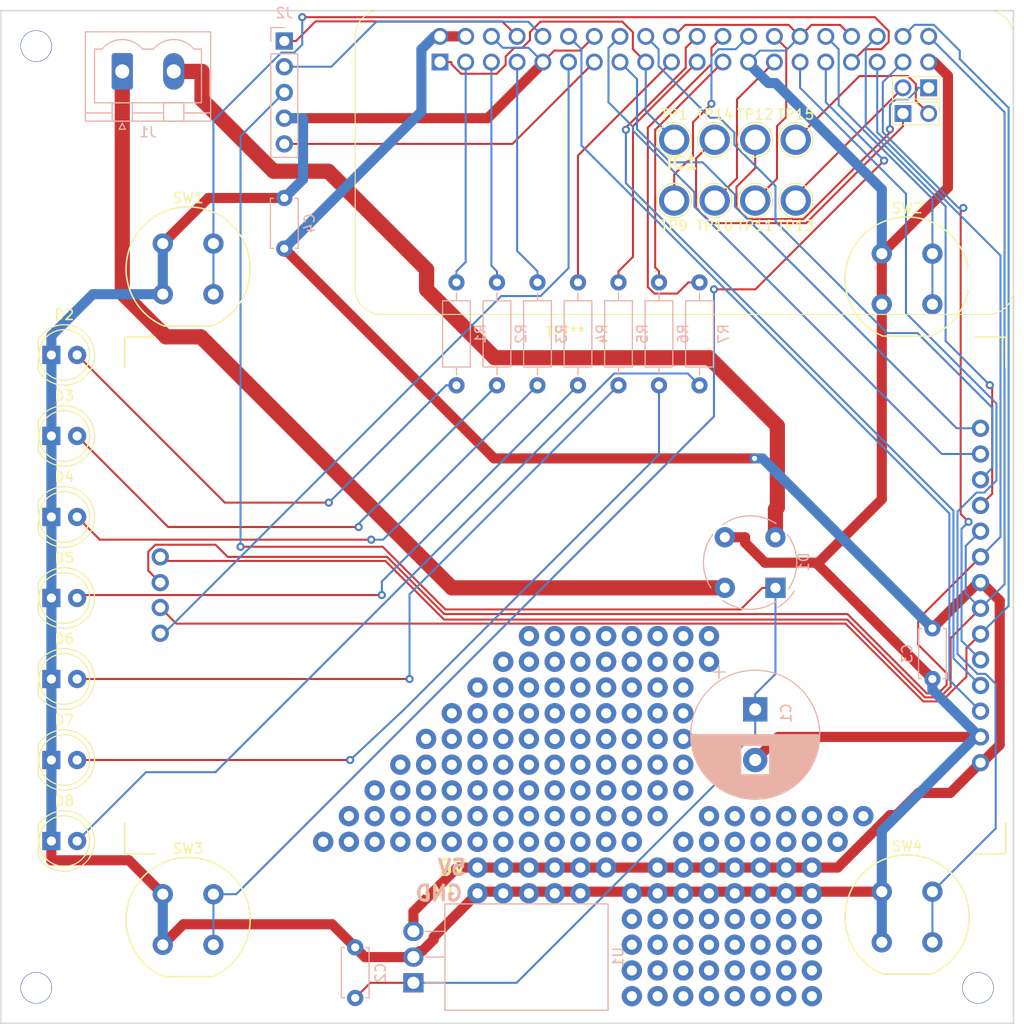
<source format=kicad_pcb>
(kicad_pcb (version 20171130) (host pcbnew 5.0.1)
  (layers (0 F.Cu signal) (31 B.Cu signal) (34 B.Paste user) (35 F.Paste user) (36 B.SilkS user) (37 F.SilkS user) (38 B.Mask user) (39 F.Mask user) (44 Edge.Cuts user))
  (net 0 "")
  (net 1 "Net-(C1-Pad1)")
  (net 2 GND)
  (net 3 +5V)
  (net 4 "Net-(D1-Pad4)")
  (net 5 "Net-(D1-Pad2)")
  (net 6 "Net-(IC1-Pad1)")
  (net 7 "Net-(IC1-Pad3)")
  (net 8 "Net-(IC1-Pad5)")
  (net 9 "Net-(IC1-Pad7)")
  (net 10 "Net-(IC1-Pad8)")
  (net 11 "Net-(IC1-Pad10)")
  (net 12 "Net-(IC1-Pad11)")
  (net 13 "Net-(IC1-Pad12)")
  (net 14 "Net-(IC1-Pad13)")
  (net 15 "Net-(IC1-Pad15)")
  (net 16 "Net-(IC1-Pad16)")
  (net 17 "Net-(IC1-Pad18)")
  (net 18 "Net-(IC1-Pad19)")
  (net 19 "Net-(IC1-Pad21)")
  (net 20 "Net-(IC1-Pad22)")
  (net 21 "Net-(IC1-Pad23)")
  (net 22 "Net-(IC1-Pad24)")
  (net 23 "Net-(IC1-Pad26)")
  (net 24 "Net-(IC1-Pad27)")
  (net 25 "Net-(IC1-Pad28)")
  (net 26 "Net-(IC1-Pad29)")
  (net 27 "Net-(IC1-Pad31)")
  (net 28 "Net-(IC1-Pad32)")
  (net 29 "Net-(IC1-Pad33)")
  (net 30 MISO)
  (net 31 "Net-(IC1-Pad36)")
  (net 32 "Net-(IC1-Pad37)")
  (net 33 MOSI)
  (net 34 SCK)
  (net 35 "Net-(IC1-Pad41)")
  (net 36 "Net-(IC1-Pad42)")
  (net 37 "Net-(IC1-Pad43)")
  (net 38 "Net-(IC1-Pad44)")
  (net 39 "Net-(D7-Pad2)")
  (net 40 "Net-(D4-Pad2)")
  (net 41 "Net-(D3-Pad2)")
  (net 42 "Net-(D2-Pad2)")
  (net 43 "Net-(D5-Pad2)")
  (net 44 "Net-(D6-Pad2)")
  (net 45 "Net-(D8-Pad2)")
  (module display:SPI_TFT (layer F.Cu) (at 140.75 107.75)
    (fp_text reference TFT** (at 0 -26) (layer F.SilkS))
    (fp_text value SPI_TFT)
    (pad 16 thru_hole circle (at -40 1.19) (size 1.7 1.7) (drill 1.01) (layers *.Cu *.Mask))
    (pad 15 thru_hole circle (at -40 3.73) (size 1.7 1.7) (drill 1.01) (layers *.Cu *.Mask))
    (pad 18 thru_hole circle (at -40 -3.81) (size 1.7 1.7) (drill 1.01) (layers *.Cu *.Mask))
    (pad 17 thru_hole circle (at -40 -1.27) (size 1.7 1.7) (drill 1.01) (layers *.Cu *.Mask))
    (pad 14 thru_hole circle (at 41 16.51) (size 1.7 1.7) (drill 1.01) (layers *.Cu *.Mask))
    (pad 9 thru_hole circle (at 41 3.81) (size 1.7 1.7) (drill 1.01) (layers *.Cu *.Mask))
    (pad 12 thru_hole circle (at 41 11.43) (size 1.7 1.7) (drill 1.01) (layers *.Cu *.Mask))
    (pad 13 thru_hole circle (at 41 13.97) (size 1.7 1.7) (drill 1.01) (layers *.Cu *.Mask))
    (pad 10 thru_hole circle (at 41 6.35) (size 1.7 1.7) (drill 1.01) (layers *.Cu *.Mask))
    (pad 11 thru_hole circle (at 41 8.89) (size 1.7 1.7) (drill 1.01) (layers *.Cu *.Mask))
    (pad 8 thru_hole circle (at 41 1.27) (size 1.7 1.7) (drill 1.01) (layers *.Cu *.Mask))
    (pad 7 thru_hole circle (at 41 -1.27) (size 1.7 1.7) (drill 1.01) (layers *.Cu *.Mask))
    (pad 6 thru_hole circle (at 41 -3.81) (size 1.7 1.7) (drill 1.01) (layers *.Cu *.Mask))
    (pad 5 thru_hole circle (at 41 -6.35) (size 1.7 1.7) (drill 1.01) (layers *.Cu *.Mask))
    (pad 4 thru_hole circle (at 41 -8.89) (size 1.7 1.7) (drill 1.01) (layers *.Cu *.Mask))
    (pad 3 thru_hole circle (at 41 -11.43) (size 1.7 1.7) (drill 1.01) (layers *.Cu *.Mask))
    (pad 2 thru_hole circle (at 41 -13.97) (size 1.7 1.7) (drill 1.01) (layers *.Cu *.Mask))
    (pad 1 thru_hole circle (at 41 -16.51) (size 1.7 1.7) (drill 1.01) (layers *.Cu *.Mask))
    (pad "" np_thru_hole circle (at 36.08 -22) (size 3 3) (drill 3) (layers *.Cu *.Mask))
    (pad "" np_thru_hole circle (at 36.08 22) (size 3 3) (drill 3) (layers *.Cu *.Mask))
    (pad "" np_thru_hole circle (at -40 22) (size 3 3) (drill 3) (layers *.Cu *.Mask))
    (pad "" np_thru_hole circle (at -40 -22) (size 3 3) (drill 3) (layers *.Cu *.Mask))
  )
  (module display:pad (layer F.Cu) (at 132.08 137.16)
    (fp_text reference REF** hide)
    (fp_text value pad hide)
    (pad 1 thru_hole circle (at 0 0) (size 2 2) (drill 1) (layers *.Cu *.Mask) (net 2 GND))
  )
  (module display:pad (layer F.Cu) (at 134.62 137.16)
    (fp_text reference REF** hide)
    (fp_text value pad hide)
    (pad 1 thru_hole circle (at 0 0) (size 2 2) (drill 1) (layers *.Cu *.Mask) (net 2 GND))
  )
  (module display:pad (layer F.Cu) (at 137.16 137.16)
    (fp_text reference REF** hide)
    (fp_text value pad hide)
    (pad 1 thru_hole circle (at 0 0) (size 2 2) (drill 1) (layers *.Cu *.Mask) (net 2 GND))
  )
  (module display:pad (layer F.Cu) (at 139.7 137.16)
    (fp_text reference REF** hide)
    (fp_text value pad hide)
    (pad 1 thru_hole circle (at 0 0) (size 2 2) (drill 1) (layers *.Cu *.Mask) (net 2 GND))
  )
  (module display:pad (layer F.Cu) (at 142.24 137.16)
    (fp_text reference REF** hide)
    (fp_text value pad hide)
    (pad 1 thru_hole circle (at 0 0) (size 2 2) (drill 1) (layers *.Cu *.Mask) (net 2 GND))
  )
  (module display:pad (layer F.Cu) (at 144.78 134.62)
    (fp_text reference REF** hide)
    (fp_text value pad hide)
    (pad 1 thru_hole circle (at 0 0) (size 2 2) (drill 1) (layers *.Cu *.Mask) (net 3 +5V))
  )
  (module display:pad (layer F.Cu) (at 142.24 134.62)
    (fp_text reference REF** hide)
    (fp_text value pad hide)
    (pad 1 thru_hole circle (at 0 0) (size 2 2) (drill 1) (layers *.Cu *.Mask) (net 3 +5V))
  )
  (module display:pad (layer F.Cu) (at 139.7 134.62)
    (fp_text reference REF** hide)
    (fp_text value pad hide)
    (pad 1 thru_hole circle (at 0 0) (size 2 2) (drill 1) (layers *.Cu *.Mask) (net 3 +5V))
  )
  (module display:pad (layer F.Cu) (at 137.16 134.62)
    (fp_text reference REF** hide)
    (fp_text value pad hide)
    (pad 1 thru_hole circle (at 0 0) (size 2 2) (drill 1) (layers *.Cu *.Mask) (net 3 +5V))
  )
  (module display:pad (layer F.Cu) (at 134.62 134.62)
    (fp_text reference REF** hide)
    (fp_text value pad hide)
    (pad 1 thru_hole circle (at 0 0) (size 2 2) (drill 1) (layers *.Cu *.Mask) (net 3 +5V))
  )
  (module display:pad (layer F.Cu) (at 132.08 134.62)
    (fp_text reference REF** hide)
    (fp_text value pad hide)
    (pad 1 thru_hole circle (at 0 0) (size 2 2) (drill 1) (layers *.Cu *.Mask) (net 3 +5V))
  )
  (module display:pad (layer F.Cu) (at 165.1 137.16)
    (fp_text reference REF** hide)
    (fp_text value pad hide)
    (pad 1 thru_hole circle (at 0 0) (size 2 2) (drill 1) (layers *.Cu *.Mask) (net 2 GND))
  )
  (module display:pad (layer F.Cu) (at 162.56 137.16)
    (fp_text reference REF** hide)
    (fp_text value pad hide)
    (pad 1 thru_hole circle (at 0 0) (size 2 2) (drill 1) (layers *.Cu *.Mask) (net 2 GND))
  )
  (module display:pad (layer F.Cu) (at 160.02 137.16)
    (fp_text reference REF** hide)
    (fp_text value pad hide)
    (pad 1 thru_hole circle (at 0 0) (size 2 2) (drill 1) (layers *.Cu *.Mask) (net 2 GND))
  )
  (module display:pad (layer F.Cu) (at 157.48 137.16)
    (fp_text reference REF** hide)
    (fp_text value pad hide)
    (pad 1 thru_hole circle (at 0 0) (size 2 2) (drill 1) (layers *.Cu *.Mask) (net 2 GND))
  )
  (module display:pad (layer F.Cu) (at 154.94 137.16)
    (fp_text reference REF** hide)
    (fp_text value pad hide)
    (pad 1 thru_hole circle (at 0 0) (size 2 2) (drill 1) (layers *.Cu *.Mask) (net 2 GND))
  )
  (module display:pad (layer F.Cu) (at 152.4 137.16)
    (fp_text reference REF** hide)
    (fp_text value pad hide)
    (pad 1 thru_hole circle (at 0 0) (size 2 2) (drill 1) (layers *.Cu *.Mask) (net 2 GND))
  )
  (module display:pad (layer F.Cu) (at 147.32 137.16)
    (fp_text reference REF** hide)
    (fp_text value pad hide)
    (pad 1 thru_hole circle (at 0 0) (size 2 2) (drill 1) (layers *.Cu *.Mask) (net 2 GND))
  )
  (module display:pad (layer F.Cu) (at 149.86 137.16)
    (fp_text reference REF** hide)
    (fp_text value pad hide)
    (pad 1 thru_hole circle (at 0 0) (size 2 2) (drill 1) (layers *.Cu *.Mask) (net 2 GND))
  )
  (module display:pad (layer F.Cu) (at 165.1 134.62)
    (fp_text reference REF** hide)
    (fp_text value pad hide)
    (pad 1 thru_hole circle (at 0 0) (size 2 2) (drill 1) (layers *.Cu *.Mask) (net 3 +5V))
  )
  (module display:pad (layer F.Cu) (at 162.56 134.62)
    (fp_text reference REF** hide)
    (fp_text value pad hide)
    (pad 1 thru_hole circle (at 0 0) (size 2 2) (drill 1) (layers *.Cu *.Mask) (net 3 +5V))
  )
  (module display:pad (layer F.Cu) (at 160.02 134.62)
    (fp_text reference REF** hide)
    (fp_text value pad hide)
    (pad 1 thru_hole circle (at 0 0) (size 2 2) (drill 1) (layers *.Cu *.Mask) (net 3 +5V))
  )
  (module display:pad (layer F.Cu) (at 157.48 134.62)
    (fp_text reference REF** hide)
    (fp_text value pad hide)
    (pad 1 thru_hole circle (at 0 0) (size 2 2) (drill 1) (layers *.Cu *.Mask) (net 3 +5V))
  )
  (module display:pad (layer F.Cu) (at 155 134.62)
    (fp_text reference REF** hide)
    (fp_text value pad hide)
    (pad 1 thru_hole circle (at 0 0) (size 2 2) (drill 1) (layers *.Cu *.Mask) (net 3 +5V))
  )
  (module display:pad (layer F.Cu) (at 152.4 134.62)
    (fp_text reference REF** hide)
    (fp_text value pad hide)
    (pad 1 thru_hole circle (at 0 0) (size 2 2) (drill 1) (layers *.Cu *.Mask) (net 3 +5V))
  )
  (module display:pad (layer F.Cu) (at 149.86 134.62)
    (fp_text reference REF** hide)
    (fp_text value pad hide)
    (pad 1 thru_hole circle (at 0 0) (size 2 2) (drill 1) (layers *.Cu *.Mask) (net 3 +5V))
  )
  (module display:pad (layer F.Cu) (at 165.1 132.08)
    (fp_text reference REF** hide)
    (fp_text value pad hide)
    (pad 1 thru_hole circle (at 0 0) (size 2 2) (drill 1) (layers *.Cu *.Mask))
  )
  (module display:pad (layer F.Cu) (at 154.94 132.08)
    (fp_text reference REF** hide)
    (fp_text value pad hide)
    (pad 1 thru_hole circle (at 0 0) (size 2 2) (drill 1) (layers *.Cu *.Mask))
  )
  (module display:pad (layer F.Cu) (at 160.02 132.08)
    (fp_text reference REF** hide)
    (fp_text value pad hide)
    (pad 1 thru_hole circle (at 0 0) (size 2 2) (drill 1) (layers *.Cu *.Mask))
  )
  (module display:pad (layer F.Cu) (at 157.48 132.08)
    (fp_text reference REF** hide)
    (fp_text value pad hide)
    (pad 1 thru_hole circle (at 0 0) (size 2 2) (drill 1) (layers *.Cu *.Mask))
  )
  (module display:pad (layer F.Cu) (at 162.56 132.08)
    (fp_text reference REF** hide)
    (fp_text value pad hide)
    (pad 1 thru_hole circle (at 0 0) (size 2 2) (drill 1) (layers *.Cu *.Mask))
  )
  (module display:pad (layer F.Cu) (at 152.4 132.08)
    (fp_text reference REF** hide)
    (fp_text value pad hide)
    (pad 1 thru_hole circle (at 0 0) (size 2 2) (drill 1) (layers *.Cu *.Mask))
  )
  (module display:pad (layer F.Cu) (at 165.1 144.78)
    (fp_text reference REF** hide)
    (fp_text value pad hide)
    (pad 1 thru_hole circle (at 0 0) (size 2 2) (drill 1) (layers *.Cu *.Mask))
  )
  (module display:pad (layer F.Cu) (at 162.56 142.24)
    (fp_text reference REF** hide)
    (fp_text value pad hide)
    (pad 1 thru_hole circle (at 0 0) (size 2 2) (drill 1) (layers *.Cu *.Mask))
  )
  (module display:pad (layer F.Cu) (at 165.1 147.32)
    (fp_text reference REF** hide)
    (fp_text value pad hide)
    (pad 1 thru_hole circle (at 0 0) (size 2 2) (drill 1) (layers *.Cu *.Mask))
  )
  (module display:pad (layer F.Cu) (at 160.02 144.78)
    (fp_text reference REF** hide)
    (fp_text value pad hide)
    (pad 1 thru_hole circle (at 0 0) (size 2 2) (drill 1) (layers *.Cu *.Mask))
  )
  (module display:pad (layer F.Cu) (at 160.02 147.32)
    (fp_text reference REF** hide)
    (fp_text value pad hide)
    (pad 1 thru_hole circle (at 0 0) (size 2 2) (drill 1) (layers *.Cu *.Mask))
  )
  (module display:pad (layer F.Cu) (at 162.56 147.32)
    (fp_text reference REF** hide)
    (fp_text value pad hide)
    (pad 1 thru_hole circle (at 0 0) (size 2 2) (drill 1) (layers *.Cu *.Mask))
  )
  (module display:pad (layer F.Cu) (at 160.02 139.7)
    (fp_text reference REF** hide)
    (fp_text value pad hide)
    (pad 1 thru_hole circle (at 0 0) (size 2 2) (drill 1) (layers *.Cu *.Mask))
  )
  (module display:pad (layer F.Cu) (at 157.48 147.32)
    (fp_text reference REF** hide)
    (fp_text value pad hide)
    (pad 1 thru_hole circle (at 0 0) (size 2 2) (drill 1) (layers *.Cu *.Mask))
  )
  (module display:pad (layer F.Cu) (at 160.02 142.24)
    (fp_text reference REF** hide)
    (fp_text value pad hide)
    (pad 1 thru_hole circle (at 0 0) (size 2 2) (drill 1) (layers *.Cu *.Mask))
  )
  (module display:pad (layer F.Cu) (at 165.1 142.24)
    (fp_text reference REF** hide)
    (fp_text value pad hide)
    (pad 1 thru_hole circle (at 0 0) (size 2 2) (drill 1) (layers *.Cu *.Mask))
  )
  (module display:pad (layer F.Cu) (at 162.56 139.7)
    (fp_text reference REF** hide)
    (fp_text value pad hide)
    (pad 1 thru_hole circle (at 0 0) (size 2 2) (drill 1) (layers *.Cu *.Mask))
  )
  (module display:pad (layer F.Cu) (at 157.48 139.7)
    (fp_text reference REF** hide)
    (fp_text value pad hide)
    (pad 1 thru_hole circle (at 0 0) (size 2 2) (drill 1) (layers *.Cu *.Mask))
  )
  (module display:pad (layer F.Cu) (at 157.48 142.24)
    (fp_text reference REF** hide)
    (fp_text value pad hide)
    (pad 1 thru_hole circle (at 0 0) (size 2 2) (drill 1) (layers *.Cu *.Mask))
  )
  (module display:pad (layer F.Cu) (at 165.1 139.7)
    (fp_text reference REF** hide)
    (fp_text value pad hide)
    (pad 1 thru_hole circle (at 0 0) (size 2 2) (drill 1) (layers *.Cu *.Mask))
  )
  (module display:pad (layer F.Cu) (at 162.56 144.78)
    (fp_text reference REF** hide)
    (fp_text value pad hide)
    (pad 1 thru_hole circle (at 0 0) (size 2 2) (drill 1) (layers *.Cu *.Mask))
  )
  (module display:pad (layer F.Cu) (at 157.48 144.78)
    (fp_text reference REF** hide)
    (fp_text value pad hide)
    (pad 1 thru_hole circle (at 0 0) (size 2 2) (drill 1) (layers *.Cu *.Mask))
  )
  (module display:pad (layer F.Cu) (at 167.64 132.08)
    (fp_text reference REF** hide)
    (fp_text value pad hide)
    (pad 1 thru_hole circle (at 0 0) (size 2 2) (drill 1) (layers *.Cu *.Mask))
  )
  (module display:pad (layer F.Cu) (at 124.46 124.46)
    (fp_text reference REF** hide)
    (fp_text value pad hide)
    (pad 1 thru_hole circle (at 0 0) (size 2 2) (drill 1) (layers *.Cu *.Mask))
  )
  (module display:pad (layer F.Cu) (at 119.38 129.54)
    (fp_text reference REF** hide)
    (fp_text value pad hide)
    (pad 1 thru_hole circle (at 0 0) (size 2 2) (drill 1) (layers *.Cu *.Mask))
  )
  (module display:pad (layer F.Cu) (at 121.92 127)
    (fp_text reference REF** hide)
    (fp_text value pad hide)
    (pad 1 thru_hole circle (at 0 0) (size 2 2) (drill 1) (layers *.Cu *.Mask))
  )
  (module display:pad (layer F.Cu) (at 124.46 127)
    (fp_text reference REF** hide)
    (fp_text value pad hide)
    (pad 1 thru_hole circle (at 0 0) (size 2 2) (drill 1) (layers *.Cu *.Mask))
  )
  (module display:pad (layer F.Cu) (at 121.92 129.54)
    (fp_text reference REF** hide)
    (fp_text value pad hide)
    (pad 1 thru_hole circle (at 0 0) (size 2 2) (drill 1) (layers *.Cu *.Mask))
  )
  (module display:pad (layer F.Cu) (at 124.46 129.54)
    (fp_text reference REF** hide)
    (fp_text value pad hide)
    (pad 1 thru_hole circle (at 0 0) (size 2 2) (drill 1) (layers *.Cu *.Mask))
  )
  (module display:pad (layer F.Cu) (at 167.64 129.54)
    (fp_text reference REF** hide)
    (fp_text value pad hide)
    (pad 1 thru_hole circle (at 0 0) (size 2 2) (drill 1) (layers *.Cu *.Mask))
  )
  (module display:pad (layer F.Cu) (at 170.18 129.54)
    (fp_text reference REF** hide)
    (fp_text value pad hide)
    (pad 1 thru_hole circle (at 0 0) (size 2 2) (drill 1) (layers *.Cu *.Mask))
  )
  (module display:pad (layer F.Cu) (at 162.56 129.54)
    (fp_text reference REF** hide)
    (fp_text value pad hide)
    (pad 1 thru_hole circle (at 0 0) (size 2 2) (drill 1) (layers *.Cu *.Mask))
  )
  (module display:pad (layer F.Cu) (at 165.1 129.54)
    (fp_text reference REF** hide)
    (fp_text value pad hide)
    (pad 1 thru_hole circle (at 0 0) (size 2 2) (drill 1) (layers *.Cu *.Mask))
  )
  (module display:pad (layer F.Cu) (at 157.48 129.54)
    (fp_text reference REF** hide)
    (fp_text value pad hide)
    (pad 1 thru_hole circle (at 0 0) (size 2 2) (drill 1) (layers *.Cu *.Mask))
  )
  (module display:pad (layer F.Cu) (at 160.02 129.54)
    (fp_text reference REF** hide)
    (fp_text value pad hide)
    (pad 1 thru_hole circle (at 0 0) (size 2 2) (drill 1) (layers *.Cu *.Mask))
  )
  (module display:pad (layer F.Cu) (at 142.24 132.08)
    (fp_text reference REF** hide)
    (fp_text value pad hide)
    (pad 1 thru_hole circle (at 0 0) (size 2 2) (drill 1) (layers *.Cu *.Mask))
  )
  (module display:pad (layer F.Cu) (at 147.32 132.08)
    (fp_text reference REF** hide)
    (fp_text value pad hide)
    (pad 1 thru_hole circle (at 0 0) (size 2 2) (drill 1) (layers *.Cu *.Mask))
  )
  (module display:pad (layer F.Cu) (at 144.78 132.08)
    (fp_text reference REF** hide)
    (fp_text value pad hide)
    (pad 1 thru_hole circle (at 0 0) (size 2 2) (drill 1) (layers *.Cu *.Mask))
  )
  (module display:pad (layer F.Cu) (at 139.7 132.08)
    (fp_text reference REF** hide)
    (fp_text value pad hide)
    (pad 1 thru_hole circle (at 0 0) (size 2 2) (drill 1) (layers *.Cu *.Mask))
  )
  (module display:pad (layer F.Cu) (at 129.54 132.08)
    (fp_text reference REF** hide)
    (fp_text value pad hide)
    (pad 1 thru_hole circle (at 0 0) (size 2 2) (drill 1) (layers *.Cu *.Mask))
  )
  (module display:pad (layer F.Cu) (at 137.16 132.08)
    (fp_text reference REF** hide)
    (fp_text value pad hide)
    (pad 1 thru_hole circle (at 0 0) (size 2 2) (drill 1) (layers *.Cu *.Mask))
  )
  (module display:pad (layer F.Cu) (at 134.62 132.08)
    (fp_text reference REF** hide)
    (fp_text value pad hide)
    (pad 1 thru_hole circle (at 0 0) (size 2 2) (drill 1) (layers *.Cu *.Mask))
  )
  (module display:pad (layer F.Cu) (at 119.38 132.08)
    (fp_text reference REF** hide)
    (fp_text value pad hide)
    (pad 1 thru_hole circle (at 0 0) (size 2 2) (drill 1) (layers *.Cu *.Mask))
  )
  (module display:pad (layer F.Cu) (at 127 132.08)
    (fp_text reference REF** hide)
    (fp_text value pad hide)
    (pad 1 thru_hole circle (at 0 0) (size 2 2) (drill 1) (layers *.Cu *.Mask))
  )
  (module display:pad (layer F.Cu) (at 124.46 132.08)
    (fp_text reference REF** hide)
    (fp_text value pad hide)
    (pad 1 thru_hole circle (at 0 0) (size 2 2) (drill 1) (layers *.Cu *.Mask))
  )
  (module display:pad (layer F.Cu) (at 132.08 132.08)
    (fp_text reference REF** hide)
    (fp_text value pad hide)
    (pad 1 thru_hole circle (at 0 0) (size 2 2) (drill 1) (layers *.Cu *.Mask))
  )
  (module display:pad (layer F.Cu) (at 121.92 132.08)
    (fp_text reference REF** hide)
    (fp_text value pad hide)
    (pad 1 thru_hole circle (at 0 0) (size 2 2) (drill 1) (layers *.Cu *.Mask))
  )
  (module display:pad (layer F.Cu) (at 116.84 132.08)
    (fp_text reference REF** hide)
    (fp_text value pad hide)
    (pad 1 thru_hole circle (at 0 0) (size 2 2) (drill 1) (layers *.Cu *.Mask))
  )
  (module display:pad (layer F.Cu) (at 147.32 142.24)
    (fp_text reference REF** hide)
    (fp_text value pad hide)
    (pad 1 thru_hole circle (at 0 0) (size 2 2) (drill 1) (layers *.Cu *.Mask))
  )
  (module display:pad (layer F.Cu) (at 149.86 147.32)
    (fp_text reference REF** hide)
    (fp_text value pad hide)
    (pad 1 thru_hole circle (at 0 0) (size 2 2) (drill 1) (layers *.Cu *.Mask))
  )
  (module display:pad (layer F.Cu) (at 152.4 142.24)
    (fp_text reference REF** hide)
    (fp_text value pad hide)
    (pad 1 thru_hole circle (at 0 0) (size 2 2) (drill 1) (layers *.Cu *.Mask))
  )
  (module display:pad (layer F.Cu) (at 154.94 139.7)
    (fp_text reference REF** hide)
    (fp_text value pad hide)
    (pad 1 thru_hole circle (at 0 0) (size 2 2) (drill 1) (layers *.Cu *.Mask))
  )
  (module display:pad (layer F.Cu) (at 147.32 139.7)
    (fp_text reference REF** hide)
    (fp_text value pad hide)
    (pad 1 thru_hole circle (at 0 0) (size 2 2) (drill 1) (layers *.Cu *.Mask))
  )
  (module display:pad (layer F.Cu) (at 147.32 147.32)
    (fp_text reference REF** hide)
    (fp_text value pad hide)
    (pad 1 thru_hole circle (at 0 0) (size 2 2) (drill 1) (layers *.Cu *.Mask))
  )
  (module display:pad (layer F.Cu) (at 154.94 147.32)
    (fp_text reference REF** hide)
    (fp_text value pad hide)
    (pad 1 thru_hole circle (at 0 0) (size 2 2) (drill 1) (layers *.Cu *.Mask))
  )
  (module display:pad (layer F.Cu) (at 152.4 144.78)
    (fp_text reference REF** hide)
    (fp_text value pad hide)
    (pad 1 thru_hole circle (at 0 0) (size 2 2) (drill 1) (layers *.Cu *.Mask))
  )
  (module display:pad (layer F.Cu) (at 154.94 142.24)
    (fp_text reference REF** hide)
    (fp_text value pad hide)
    (pad 1 thru_hole circle (at 0 0) (size 2 2) (drill 1) (layers *.Cu *.Mask))
  )
  (module display:pad (layer F.Cu) (at 152.4 139.7)
    (fp_text reference REF** hide)
    (fp_text value pad hide)
    (pad 1 thru_hole circle (at 0 0) (size 2 2) (drill 1) (layers *.Cu *.Mask))
  )
  (module display:pad (layer F.Cu) (at 149.86 139.7)
    (fp_text reference REF** hide)
    (fp_text value pad hide)
    (pad 1 thru_hole circle (at 0 0) (size 2 2) (drill 1) (layers *.Cu *.Mask))
  )
  (module display:pad (layer F.Cu) (at 152.4 147.32)
    (fp_text reference REF** hide)
    (fp_text value pad hide)
    (pad 1 thru_hole circle (at 0 0) (size 2 2) (drill 1) (layers *.Cu *.Mask))
  )
  (module display:pad (layer F.Cu) (at 149.86 144.78)
    (fp_text reference REF** hide)
    (fp_text value pad hide)
    (pad 1 thru_hole circle (at 0 0) (size 2 2) (drill 1) (layers *.Cu *.Mask))
  )
  (module display:pad (layer F.Cu) (at 147.32 144.78)
    (fp_text reference REF** hide)
    (fp_text value pad hide)
    (pad 1 thru_hole circle (at 0 0) (size 2 2) (drill 1) (layers *.Cu *.Mask))
  )
  (module display:pad (layer F.Cu) (at 154.94 144.78)
    (fp_text reference REF** hide)
    (fp_text value pad hide)
    (pad 1 thru_hole circle (at 0 0) (size 2 2) (drill 1) (layers *.Cu *.Mask))
  )
  (module display:pad (layer F.Cu) (at 149.86 142.24)
    (fp_text reference REF** hide)
    (fp_text value pad hide)
    (pad 1 thru_hole circle (at 0 0) (size 2 2) (drill 1) (layers *.Cu *.Mask))
  )
  (module display:pad (layer F.Cu) (at 147.32 124.46)
    (fp_text reference REF** hide)
    (fp_text value pad hide)
    (pad 1 thru_hole circle (at 0 0) (size 2 2) (drill 1) (layers *.Cu *.Mask))
  )
  (module display:pad (layer F.Cu) (at 149.86 129.54)
    (fp_text reference REF** hide)
    (fp_text value pad hide)
    (pad 1 thru_hole circle (at 0 0) (size 2 2) (drill 1) (layers *.Cu *.Mask))
  )
  (module display:pad (layer F.Cu) (at 152.4 124.46)
    (fp_text reference REF** hide)
    (fp_text value pad hide)
    (pad 1 thru_hole circle (at 0 0) (size 2 2) (drill 1) (layers *.Cu *.Mask))
  )
  (module display:pad (layer F.Cu) (at 147.32 121.92)
    (fp_text reference REF** hide)
    (fp_text value pad hide)
    (pad 1 thru_hole circle (at 0 0) (size 2 2) (drill 1) (layers *.Cu *.Mask))
  )
  (module display:pad (layer F.Cu) (at 147.32 129.54)
    (fp_text reference REF** hide)
    (fp_text value pad hide)
    (pad 1 thru_hole circle (at 0 0) (size 2 2) (drill 1) (layers *.Cu *.Mask))
  )
  (module display:pad (layer F.Cu) (at 154.94 129.54)
    (fp_text reference REF** hide)
    (fp_text value pad hide)
    (pad 1 thru_hole circle (at 0 0) (size 2 2) (drill 1) (layers *.Cu *.Mask))
  )
  (module display:pad (layer F.Cu) (at 152.4 127)
    (fp_text reference REF** hide)
    (fp_text value pad hide)
    (pad 1 thru_hole circle (at 0 0) (size 2 2) (drill 1) (layers *.Cu *.Mask))
  )
  (module display:pad (layer F.Cu) (at 152.4 121.92)
    (fp_text reference REF** hide)
    (fp_text value pad hide)
    (pad 1 thru_hole circle (at 0 0) (size 2 2) (drill 1) (layers *.Cu *.Mask))
  )
  (module display:pad (layer F.Cu) (at 149.86 121.92)
    (fp_text reference REF** hide)
    (fp_text value pad hide)
    (pad 1 thru_hole circle (at 0 0) (size 2 2) (drill 1) (layers *.Cu *.Mask))
  )
  (module display:pad (layer F.Cu) (at 149.86 127)
    (fp_text reference REF** hide)
    (fp_text value pad hide)
    (pad 1 thru_hole circle (at 0 0) (size 2 2) (drill 1) (layers *.Cu *.Mask))
  )
  (module display:pad (layer F.Cu) (at 147.32 127)
    (fp_text reference REF** hide)
    (fp_text value pad hide)
    (pad 1 thru_hole circle (at 0 0) (size 2 2) (drill 1) (layers *.Cu *.Mask))
  )
  (module display:pad (layer F.Cu) (at 149.86 124.46)
    (fp_text reference REF** hide)
    (fp_text value pad hide)
    (pad 1 thru_hole circle (at 0 0) (size 2 2) (drill 1) (layers *.Cu *.Mask))
  )
  (module display:pad (layer F.Cu) (at 147.32 114.3)
    (fp_text reference REF** hide)
    (fp_text value pad hide)
    (pad 1 thru_hole circle (at 0 0) (size 2 2) (drill 1) (layers *.Cu *.Mask))
  )
  (module display:pad (layer F.Cu) (at 149.86 119.38)
    (fp_text reference REF** hide)
    (fp_text value pad hide)
    (pad 1 thru_hole circle (at 0 0) (size 2 2) (drill 1) (layers *.Cu *.Mask))
  )
  (module display:pad (layer F.Cu) (at 152.4 114.3)
    (fp_text reference REF** hide)
    (fp_text value pad hide)
    (pad 1 thru_hole circle (at 0 0) (size 2 2) (drill 1) (layers *.Cu *.Mask))
  )
  (module display:pad (layer F.Cu) (at 154.94 111.76)
    (fp_text reference REF** hide)
    (fp_text value pad hide)
    (pad 1 thru_hole circle (at 0 0) (size 2 2) (drill 1) (layers *.Cu *.Mask))
  )
  (module display:pad (layer F.Cu) (at 147.32 111.76)
    (fp_text reference REF** hide)
    (fp_text value pad hide)
    (pad 1 thru_hole circle (at 0 0) (size 2 2) (drill 1) (layers *.Cu *.Mask))
  )
  (module display:pad (layer F.Cu) (at 147.32 119.38)
    (fp_text reference REF** hide)
    (fp_text value pad hide)
    (pad 1 thru_hole circle (at 0 0) (size 2 2) (drill 1) (layers *.Cu *.Mask))
  )
  (module display:pad (layer F.Cu) (at 152.4 116.84)
    (fp_text reference REF** hide)
    (fp_text value pad hide)
    (pad 1 thru_hole circle (at 0 0) (size 2 2) (drill 1) (layers *.Cu *.Mask))
  )
  (module display:pad (layer F.Cu) (at 154.94 114.3)
    (fp_text reference REF** hide)
    (fp_text value pad hide)
    (pad 1 thru_hole circle (at 0 0) (size 2 2) (drill 1) (layers *.Cu *.Mask))
  )
  (module display:pad (layer F.Cu) (at 152.4 111.76)
    (fp_text reference REF** hide)
    (fp_text value pad hide)
    (pad 1 thru_hole circle (at 0 0) (size 2 2) (drill 1) (layers *.Cu *.Mask))
  )
  (module display:pad (layer F.Cu) (at 149.86 111.76)
    (fp_text reference REF** hide)
    (fp_text value pad hide)
    (pad 1 thru_hole circle (at 0 0) (size 2 2) (drill 1) (layers *.Cu *.Mask))
  )
  (module display:pad (layer F.Cu) (at 152.4 119.38)
    (fp_text reference REF** hide)
    (fp_text value pad hide)
    (pad 1 thru_hole circle (at 0 0) (size 2 2) (drill 1) (layers *.Cu *.Mask))
  )
  (module display:pad (layer F.Cu) (at 149.86 116.84)
    (fp_text reference REF** hide)
    (fp_text value pad hide)
    (pad 1 thru_hole circle (at 0 0) (size 2 2) (drill 1) (layers *.Cu *.Mask))
  )
  (module display:pad (layer F.Cu) (at 147.32 116.84)
    (fp_text reference REF** hide)
    (fp_text value pad hide)
    (pad 1 thru_hole circle (at 0 0) (size 2 2) (drill 1) (layers *.Cu *.Mask))
  )
  (module display:pad (layer F.Cu) (at 149.86 114.3)
    (fp_text reference REF** hide)
    (fp_text value pad hide)
    (pad 1 thru_hole circle (at 0 0) (size 2 2) (drill 1) (layers *.Cu *.Mask))
  )
  (module display:pad (layer F.Cu) (at 129.54 119.38)
    (fp_text reference REF** hide)
    (fp_text value pad hide)
    (pad 1 thru_hole circle (at 0 0) (size 2 2) (drill 1) (layers *.Cu *.Mask))
  )
  (module display:pad (layer F.Cu) (at 134.62 119.38)
    (fp_text reference REF** hide)
    (fp_text value pad hide)
    (pad 1 thru_hole circle (at 0 0) (size 2 2) (drill 1) (layers *.Cu *.Mask))
  )
  (module display:pad (layer F.Cu) (at 132.08 116.84)
    (fp_text reference REF** hide)
    (fp_text value pad hide)
    (pad 1 thru_hole circle (at 0 0) (size 2 2) (drill 1) (layers *.Cu *.Mask))
  )
  (module display:pad (layer F.Cu) (at 134.62 114.3)
    (fp_text reference REF** hide)
    (fp_text value pad hide)
    (pad 1 thru_hole circle (at 0 0) (size 2 2) (drill 1) (layers *.Cu *.Mask))
  )
  (module display:pad (layer F.Cu) (at 132.08 119.38)
    (fp_text reference REF** hide)
    (fp_text value pad hide)
    (pad 1 thru_hole circle (at 0 0) (size 2 2) (drill 1) (layers *.Cu *.Mask))
  )
  (module display:pad (layer F.Cu) (at 134.62 116.84)
    (fp_text reference REF** hide)
    (fp_text value pad hide)
    (pad 1 thru_hole circle (at 0 0) (size 2 2) (drill 1) (layers *.Cu *.Mask))
  )
  (module display:pad (layer F.Cu) (at 127 124.46)
    (fp_text reference REF** hide)
    (fp_text value pad hide)
    (pad 1 thru_hole circle (at 0 0) (size 2 2) (drill 1) (layers *.Cu *.Mask))
  )
  (module display:pad (layer F.Cu) (at 129.54 129.54)
    (fp_text reference REF** hide)
    (fp_text value pad hide)
    (pad 1 thru_hole circle (at 0 0) (size 2 2) (drill 1) (layers *.Cu *.Mask))
  )
  (module display:pad (layer F.Cu) (at 132.08 124.46)
    (fp_text reference REF** hide)
    (fp_text value pad hide)
    (pad 1 thru_hole circle (at 0 0) (size 2 2) (drill 1) (layers *.Cu *.Mask))
  )
  (module display:pad (layer F.Cu) (at 134.62 121.92)
    (fp_text reference REF** hide)
    (fp_text value pad hide)
    (pad 1 thru_hole circle (at 0 0) (size 2 2) (drill 1) (layers *.Cu *.Mask))
  )
  (module display:pad (layer F.Cu) (at 127 121.92)
    (fp_text reference REF** hide)
    (fp_text value pad hide)
    (pad 1 thru_hole circle (at 0 0) (size 2 2) (drill 1) (layers *.Cu *.Mask))
  )
  (module display:pad (layer F.Cu) (at 127 129.54)
    (fp_text reference REF** hide)
    (fp_text value pad hide)
    (pad 1 thru_hole circle (at 0 0) (size 2 2) (drill 1) (layers *.Cu *.Mask))
  )
  (module display:pad (layer F.Cu) (at 134.62 129.54)
    (fp_text reference REF** hide)
    (fp_text value pad hide)
    (pad 1 thru_hole circle (at 0 0) (size 2 2) (drill 1) (layers *.Cu *.Mask))
  )
  (module display:pad (layer F.Cu) (at 132.08 127)
    (fp_text reference REF** hide)
    (fp_text value pad hide)
    (pad 1 thru_hole circle (at 0 0) (size 2 2) (drill 1) (layers *.Cu *.Mask))
  )
  (module display:pad (layer F.Cu) (at 134.62 124.46)
    (fp_text reference REF** hide)
    (fp_text value pad hide)
    (pad 1 thru_hole circle (at 0 0) (size 2 2) (drill 1) (layers *.Cu *.Mask))
  )
  (module display:pad (layer F.Cu) (at 132.08 121.92)
    (fp_text reference REF** hide)
    (fp_text value pad hide)
    (pad 1 thru_hole circle (at 0 0) (size 2 2) (drill 1) (layers *.Cu *.Mask))
  )
  (module display:pad (layer F.Cu) (at 129.54 121.92)
    (fp_text reference REF** hide)
    (fp_text value pad hide)
    (pad 1 thru_hole circle (at 0 0) (size 2 2) (drill 1) (layers *.Cu *.Mask))
  )
  (module display:pad (layer F.Cu) (at 132.08 129.54)
    (fp_text reference REF** hide)
    (fp_text value pad hide)
    (pad 1 thru_hole circle (at 0 0) (size 2 2) (drill 1) (layers *.Cu *.Mask))
  )
  (module display:pad (layer F.Cu) (at 129.54 127)
    (fp_text reference REF** hide)
    (fp_text value pad hide)
    (pad 1 thru_hole circle (at 0 0) (size 2 2) (drill 1) (layers *.Cu *.Mask))
  )
  (module display:pad (layer F.Cu) (at 127 127)
    (fp_text reference REF** hide)
    (fp_text value pad hide)
    (pad 1 thru_hole circle (at 0 0) (size 2 2) (drill 1) (layers *.Cu *.Mask))
  )
  (module display:pad (layer F.Cu) (at 134.62 127)
    (fp_text reference REF** hide)
    (fp_text value pad hide)
    (pad 1 thru_hole circle (at 0 0) (size 2 2) (drill 1) (layers *.Cu *.Mask))
  )
  (module display:pad (layer F.Cu) (at 129.54 124.46)
    (fp_text reference REF** hide)
    (fp_text value pad hide)
    (pad 1 thru_hole circle (at 0 0) (size 2 2) (drill 1) (layers *.Cu *.Mask))
  )
  (module display:pad (layer F.Cu) (at 137.16 124.46)
    (fp_text reference REF** hide)
    (fp_text value pad hide)
    (pad 1 thru_hole circle (at 0 0) (size 2 2) (drill 1) (layers *.Cu *.Mask))
  )
  (module display:pad (layer F.Cu) (at 139.7 129.54)
    (fp_text reference REF** hide)
    (fp_text value pad hide)
    (pad 1 thru_hole circle (at 0 0) (size 2 2) (drill 1) (layers *.Cu *.Mask))
  )
  (module display:pad (layer F.Cu) (at 142.24 124.46)
    (fp_text reference REF** hide)
    (fp_text value pad hide)
    (pad 1 thru_hole circle (at 0 0) (size 2 2) (drill 1) (layers *.Cu *.Mask))
  )
  (module display:pad (layer F.Cu) (at 144.78 121.92)
    (fp_text reference REF** hide)
    (fp_text value pad hide)
    (pad 1 thru_hole circle (at 0 0) (size 2 2) (drill 1) (layers *.Cu *.Mask))
  )
  (module display:pad (layer F.Cu) (at 137.16 121.92)
    (fp_text reference REF** hide)
    (fp_text value pad hide)
    (pad 1 thru_hole circle (at 0 0) (size 2 2) (drill 1) (layers *.Cu *.Mask))
  )
  (module display:pad (layer F.Cu) (at 137.16 129.54)
    (fp_text reference REF** hide)
    (fp_text value pad hide)
    (pad 1 thru_hole circle (at 0 0) (size 2 2) (drill 1) (layers *.Cu *.Mask))
  )
  (module display:pad (layer F.Cu) (at 144.78 129.54)
    (fp_text reference REF** hide)
    (fp_text value pad hide)
    (pad 1 thru_hole circle (at 0 0) (size 2 2) (drill 1) (layers *.Cu *.Mask))
  )
  (module display:pad (layer F.Cu) (at 142.24 127)
    (fp_text reference REF** hide)
    (fp_text value pad hide)
    (pad 1 thru_hole circle (at 0 0) (size 2 2) (drill 1) (layers *.Cu *.Mask))
  )
  (module display:pad (layer F.Cu) (at 144.78 124.46)
    (fp_text reference REF** hide)
    (fp_text value pad hide)
    (pad 1 thru_hole circle (at 0 0) (size 2 2) (drill 1) (layers *.Cu *.Mask))
  )
  (module display:pad (layer F.Cu) (at 142.24 121.92)
    (fp_text reference REF** hide)
    (fp_text value pad hide)
    (pad 1 thru_hole circle (at 0 0) (size 2 2) (drill 1) (layers *.Cu *.Mask))
  )
  (module display:pad (layer F.Cu) (at 139.7 121.92)
    (fp_text reference REF** hide)
    (fp_text value pad hide)
    (pad 1 thru_hole circle (at 0 0) (size 2 2) (drill 1) (layers *.Cu *.Mask))
  )
  (module display:pad (layer F.Cu) (at 142.24 129.54)
    (fp_text reference REF** hide)
    (fp_text value pad hide)
    (pad 1 thru_hole circle (at 0 0) (size 2 2) (drill 1) (layers *.Cu *.Mask))
  )
  (module display:pad (layer F.Cu) (at 139.7 127)
    (fp_text reference REF** hide)
    (fp_text value pad hide)
    (pad 1 thru_hole circle (at 0 0) (size 2 2) (drill 1) (layers *.Cu *.Mask))
  )
  (module display:pad (layer F.Cu) (at 137.16 127)
    (fp_text reference REF** hide)
    (fp_text value pad hide)
    (pad 1 thru_hole circle (at 0 0) (size 2 2) (drill 1) (layers *.Cu *.Mask))
  )
  (module display:pad (layer F.Cu) (at 144.78 127)
    (fp_text reference REF** hide)
    (fp_text value pad hide)
    (pad 1 thru_hole circle (at 0 0) (size 2 2) (drill 1) (layers *.Cu *.Mask))
  )
  (module display:pad (layer F.Cu) (at 139.7 124.46)
    (fp_text reference REF** hide)
    (fp_text value pad hide)
    (pad 1 thru_hole circle (at 0 0) (size 2 2) (drill 1) (layers *.Cu *.Mask))
  )
  (module display:pad (layer F.Cu) (at 137.16 114.3)
    (fp_text reference REF** hide)
    (fp_text value pad hide)
    (pad 1 thru_hole circle (at 0 0) (size 2 2) (drill 1) (layers *.Cu *.Mask))
  )
  (module display:pad (layer F.Cu) (at 139.7 119.38)
    (fp_text reference REF** hide)
    (fp_text value pad hide)
    (pad 1 thru_hole circle (at 0 0) (size 2 2) (drill 1) (layers *.Cu *.Mask))
  )
  (module display:pad (layer F.Cu) (at 142.24 114.3)
    (fp_text reference REF** hide)
    (fp_text value pad hide)
    (pad 1 thru_hole circle (at 0 0) (size 2 2) (drill 1) (layers *.Cu *.Mask))
  )
  (module display:pad (layer F.Cu) (at 144.78 111.76)
    (fp_text reference REF** hide)
    (fp_text value pad hide)
    (pad 1 thru_hole circle (at 0 0) (size 2 2) (drill 1) (layers *.Cu *.Mask))
  )
  (module display:pad (layer F.Cu) (at 137.16 111.76)
    (fp_text reference REF** hide)
    (fp_text value pad hide)
    (pad 1 thru_hole circle (at 0 0) (size 2 2) (drill 1) (layers *.Cu *.Mask))
  )
  (module display:pad (layer F.Cu) (at 137.16 119.38)
    (fp_text reference REF** hide)
    (fp_text value pad hide)
    (pad 1 thru_hole circle (at 0 0) (size 2 2) (drill 1) (layers *.Cu *.Mask))
  )
  (module display:pad (layer F.Cu) (at 144.78 119.38)
    (fp_text reference REF** hide)
    (fp_text value pad hide)
    (pad 1 thru_hole circle (at 0 0) (size 2 2) (drill 1) (layers *.Cu *.Mask))
  )
  (module display:pad (layer F.Cu) (at 142.24 116.84)
    (fp_text reference REF** hide)
    (fp_text value pad hide)
    (pad 1 thru_hole circle (at 0 0) (size 2 2) (drill 1) (layers *.Cu *.Mask))
  )
  (module display:pad (layer F.Cu) (at 144.78 114.3)
    (fp_text reference REF** hide)
    (fp_text value pad hide)
    (pad 1 thru_hole circle (at 0 0) (size 2 2) (drill 1) (layers *.Cu *.Mask))
  )
  (module display:pad (layer F.Cu) (at 142.24 111.76)
    (fp_text reference REF** hide)
    (fp_text value pad hide)
    (pad 1 thru_hole circle (at 0 0) (size 2 2) (drill 1) (layers *.Cu *.Mask))
  )
  (module display:pad (layer F.Cu) (at 139.7 111.76)
    (fp_text reference REF** hide)
    (fp_text value pad hide)
    (pad 1 thru_hole circle (at 0 0) (size 2 2) (drill 1) (layers *.Cu *.Mask))
  )
  (module display:pad (layer F.Cu) (at 142.24 119.38)
    (fp_text reference REF** hide)
    (fp_text value pad hide)
    (pad 1 thru_hole circle (at 0 0) (size 2 2) (drill 1) (layers *.Cu *.Mask))
  )
  (module display:pad (layer F.Cu) (at 139.7 116.84)
    (fp_text reference REF** hide)
    (fp_text value pad hide)
    (pad 1 thru_hole circle (at 0 0) (size 2 2) (drill 1) (layers *.Cu *.Mask))
  )
  (module display:pad (layer F.Cu) (at 137.16 116.84)
    (fp_text reference REF** hide)
    (fp_text value pad hide)
    (pad 1 thru_hole circle (at 0 0) (size 2 2) (drill 1) (layers *.Cu *.Mask))
  )
  (module display:pad (layer F.Cu) (at 144.78 116.84)
    (fp_text reference REF** hide)
    (fp_text value pad hide)
    (pad 1 thru_hole circle (at 0 0) (size 2 2) (drill 1) (layers *.Cu *.Mask))
  )
  (module display:pad (layer F.Cu) (at 139.7 114.3)
    (fp_text reference REF** hide)
    (fp_text value pad hide)
    (pad 1 thru_hole circle (at 0 0) (size 2 2) (drill 1) (layers *.Cu *.Mask))
  )
  (module Button_Switch_THT:Push_E-Switch_KS01Q01 (layer F.Cu) (at 101 137.25)
    (fp_text reference SW3 (at 2.5 -4.5) (layer F.SilkS))
    (fp_text value SW_Push_Dual)
    (pad 1 thru_hole circle (at 0 0) (size 2 2) (drill 1.1) (layers *.Cu *.Mask) (net 2 GND))
    (pad 2 thru_hole circle (at 5 0) (size 2 2) (drill 1.1) (layers *.Cu *.Mask) (net 27 "Net-(IC1-Pad31)"))
    (pad 4 thru_hole circle (at 5 5) (size 2 2) (drill 1.1) (layers *.Cu *.Mask) (net 27 "Net-(IC1-Pad31)"))
    (pad 3 thru_hole circle (at 0 5) (size 2 2) (drill 1.1) (layers *.Cu *.Mask) (net 2 GND))
  )
  (module Capacitor_THT:C_Disc_D4.7mm_W2.5mm_P5.00mm (layer B.Cu) (at 120 147.5 90)
    (fp_text reference C2 (at 2.5 2.5 90) (layer B.SilkS) (effects (justify mirror)))
    (fp_text value C)
    (pad 1 thru_hole circle (at 0 0 90) (size 1.6 1.6) (drill 0.8) (layers *.Cu *.Mask) (net 1 "Net-(C1-Pad1)"))
    (pad 2 thru_hole circle (at 5 0 90) (size 1.6 1.6) (drill 0.8) (layers *.Cu *.Mask) (net 2 GND))
  )
  (module LED_THT:LED_D5.0mm (layer F.Cu) (at 90 124)
    (fp_text reference D7 (at 1.27 -3.96) (layer F.SilkS))
    (fp_text value LED)
    (pad 1 thru_hole rect (at 0 0) (size 1.8 1.8) (drill 0.9) (layers *.Cu *.Mask) (net 2 GND))
    (pad 2 thru_hole circle (at 2.54 0) (size 1.8 1.8) (drill 0.9) (layers *.Cu *.Mask) (net 39 "Net-(D7-Pad2)"))
  )
  (module LED_THT:LED_D5.0mm (layer F.Cu) (at 90 84)
    (fp_text reference D2 (at 1.27 -3.96) (layer F.SilkS))
    (fp_text value LED)
    (pad 2 thru_hole circle (at 2.54 0) (size 1.8 1.8) (drill 0.9) (layers *.Cu *.Mask) (net 42 "Net-(D2-Pad2)"))
    (pad 1 thru_hole rect (at 0 0) (size 1.8 1.8) (drill 0.9) (layers *.Cu *.Mask) (net 2 GND))
  )
  (module LED_THT:LED_D5.0mm (layer F.Cu) (at 90 92)
    (fp_text reference D3 (at 1.27 -3.96) (layer F.SilkS))
    (fp_text value LED)
    (pad 1 thru_hole rect (at 0 0) (size 1.8 1.8) (drill 0.9) (layers *.Cu *.Mask) (net 2 GND))
    (pad 2 thru_hole circle (at 2.54 0) (size 1.8 1.8) (drill 0.9) (layers *.Cu *.Mask) (net 41 "Net-(D3-Pad2)"))
  )
  (module LED_THT:LED_D5.0mm (layer F.Cu) (at 90 100)
    (fp_text reference D4 (at 1.27 -3.96) (layer F.SilkS))
    (fp_text value LED)
    (pad 2 thru_hole circle (at 2.54 0) (size 1.8 1.8) (drill 0.9) (layers *.Cu *.Mask) (net 40 "Net-(D4-Pad2)"))
    (pad 1 thru_hole rect (at 0 0) (size 1.8 1.8) (drill 0.9) (layers *.Cu *.Mask) (net 2 GND))
  )
  (module LED_THT:LED_D5.0mm (layer F.Cu) (at 90 116)
    (fp_text reference D6 (at 1.27 -3.96) (layer F.SilkS))
    (fp_text value LED)
    (pad 1 thru_hole rect (at 0 0) (size 1.8 1.8) (drill 0.9) (layers *.Cu *.Mask) (net 2 GND))
    (pad 2 thru_hole circle (at 2.54 0) (size 1.8 1.8) (drill 0.9) (layers *.Cu *.Mask) (net 44 "Net-(D6-Pad2)"))
  )
  (module LED_THT:LED_D5.0mm (layer F.Cu) (at 90 108)
    (fp_text reference D5 (at 1.27 -3.96) (layer F.SilkS))
    (fp_text value LED)
    (pad 2 thru_hole circle (at 2.54 0) (size 1.8 1.8) (drill 0.9) (layers *.Cu *.Mask) (net 43 "Net-(D5-Pad2)"))
    (pad 1 thru_hole rect (at 0 0) (size 1.8 1.8) (drill 0.9) (layers *.Cu *.Mask) (net 2 GND))
  )
  (module LED_THT:LED_D5.0mm (layer F.Cu) (at 90 132)
    (fp_text reference D8 (at 1.27 -3.96) (layer F.SilkS))
    (fp_text value LED)
    (pad 1 thru_hole rect (at 0 0) (size 1.8 1.8) (drill 0.9) (layers *.Cu *.Mask) (net 2 GND))
    (pad 2 thru_hole circle (at 2.54 0) (size 1.8 1.8) (drill 0.9) (layers *.Cu *.Mask) (net 45 "Net-(D8-Pad2)"))
  )
  (module Resistor_THT:R_Axial_DIN0207_L6.3mm_D2.5mm_P10.16mm_Horizontal (layer B.Cu) (at 154 87 90)
    (fp_text reference R7 (at 5.08 2.37 90) (layer B.SilkS) (effects (justify mirror)))
    (fp_text value R)
    (pad 1 thru_hole circle (at 0 0 90) (size 1.6 1.6) (drill 0.8) (layers *.Cu *.Mask) (net 45 "Net-(D8-Pad2)"))
    (pad 2 thru_hole oval (at 10.16 0 90) (size 1.6 1.6) (drill 0.8) (layers *.Cu *.Mask) (net 22 "Net-(IC1-Pad24)"))
  )
  (module Resistor_THT:R_Axial_DIN0207_L6.3mm_D2.5mm_P10.16mm_Horizontal (layer B.Cu) (at 146 87 90)
    (fp_text reference R5 (at 5.08 2.37 90) (layer B.SilkS) (effects (justify mirror)))
    (fp_text value R)
    (pad 2 thru_hole oval (at 10.16 0 90) (size 1.6 1.6) (drill 0.8) (layers *.Cu *.Mask) (net 19 "Net-(IC1-Pad21)"))
    (pad 1 thru_hole circle (at 0 0 90) (size 1.6 1.6) (drill 0.8) (layers *.Cu *.Mask) (net 44 "Net-(D6-Pad2)"))
  )
  (module Resistor_THT:R_Axial_DIN0207_L6.3mm_D2.5mm_P10.16mm_Horizontal (layer B.Cu) (at 142 87 90)
    (fp_text reference R4 (at 5.08 2.37 90) (layer B.SilkS) (effects (justify mirror)))
    (fp_text value R)
    (pad 1 thru_hole circle (at 0 0 90) (size 1.6 1.6) (drill 0.8) (layers *.Cu *.Mask) (net 43 "Net-(D5-Pad2)"))
    (pad 2 thru_hole oval (at 10.16 0 90) (size 1.6 1.6) (drill 0.8) (layers *.Cu *.Mask) (net 18 "Net-(IC1-Pad19)"))
  )
  (module Resistor_THT:R_Axial_DIN0207_L6.3mm_D2.5mm_P10.16mm_Horizontal (layer B.Cu) (at 130 87 90)
    (fp_text reference R1 (at 5.08 2.37 90) (layer B.SilkS) (effects (justify mirror)))
    (fp_text value R)
    (pad 2 thru_hole oval (at 10.16 0 90) (size 1.6 1.6) (drill 0.8) (layers *.Cu *.Mask) (net 7 "Net-(IC1-Pad3)"))
    (pad 1 thru_hole circle (at 0 0 90) (size 1.6 1.6) (drill 0.8) (layers *.Cu *.Mask) (net 42 "Net-(D2-Pad2)"))
  )
  (module Resistor_THT:R_Axial_DIN0207_L6.3mm_D2.5mm_P10.16mm_Horizontal (layer B.Cu) (at 134 87 90)
    (fp_text reference R2 (at 5.08 2.37 90) (layer B.SilkS) (effects (justify mirror)))
    (fp_text value R)
    (pad 1 thru_hole circle (at 0 0 90) (size 1.6 1.6) (drill 0.8) (layers *.Cu *.Mask) (net 41 "Net-(D3-Pad2)"))
    (pad 2 thru_hole oval (at 10.16 0 90) (size 1.6 1.6) (drill 0.8) (layers *.Cu *.Mask) (net 8 "Net-(IC1-Pad5)"))
  )
  (module Resistor_THT:R_Axial_DIN0207_L6.3mm_D2.5mm_P10.16mm_Horizontal (layer B.Cu) (at 138 87 90)
    (fp_text reference R3 (at 5.08 2.37 90) (layer B.SilkS) (effects (justify mirror)))
    (fp_text value R)
    (pad 2 thru_hole oval (at 10.16 0 90) (size 1.6 1.6) (drill 0.8) (layers *.Cu *.Mask) (net 9 "Net-(IC1-Pad7)"))
    (pad 1 thru_hole circle (at 0 0 90) (size 1.6 1.6) (drill 0.8) (layers *.Cu *.Mask) (net 40 "Net-(D4-Pad2)"))
  )
  (module Resistor_THT:R_Axial_DIN0207_L6.3mm_D2.5mm_P10.16mm_Horizontal (layer B.Cu) (at 150 87 90)
    (fp_text reference R6 (at 5.08 2.37 90) (layer B.SilkS) (effects (justify mirror)))
    (fp_text value R)
    (pad 1 thru_hole circle (at 0 0 90) (size 1.6 1.6) (drill 0.8) (layers *.Cu *.Mask) (net 39 "Net-(D7-Pad2)"))
    (pad 2 thru_hole oval (at 10.16 0 90) (size 1.6 1.6) (drill 0.8) (layers *.Cu *.Mask) (net 21 "Net-(IC1-Pad23)"))
  )
  (module TestPoint:TestPoint_Plated_Hole_D2.0mm (layer F.Cu) (at 155.5 62.75)
    (fp_text reference TP14 (at 0 -2.498) (layer F.SilkS))
    (fp_text value TestPoint)
    (pad 1 thru_hole circle (at 0 0) (size 3 3) (drill 2) (layers *.Cu *.Mask) (net 37 "Net-(IC1-Pad43)"))
  )
  (module TestPoint:TestPoint_Plated_Hole_D2.0mm (layer F.Cu) (at 163.5 68.75 180)
    (fp_text reference TP13 (at 0 -2.498 180) (layer F.SilkS))
    (fp_text value TestPoint)
    (pad 1 thru_hole circle (at 0 0 180) (size 3 3) (drill 2) (layers *.Cu *.Mask) (net 36 "Net-(IC1-Pad42)"))
  )
  (module TestPoint:TestPoint_Plated_Hole_D2.0mm (layer F.Cu) (at 159.5 62.75)
    (fp_text reference TP12 (at 0 -2.498) (layer F.SilkS))
    (fp_text value TestPoint)
    (pad 1 thru_hole circle (at 0 0) (size 3 3) (drill 2) (layers *.Cu *.Mask) (net 35 "Net-(IC1-Pad41)"))
  )
  (module TestPoint:TestPoint_Plated_Hole_D2.0mm (layer F.Cu) (at 159.5 68.75 180)
    (fp_text reference TP11 (at 0 -2.498 180) (layer F.SilkS))
    (fp_text value TestPoint)
    (pad 1 thru_hole circle (at 0 0 180) (size 3 3) (drill 2) (layers *.Cu *.Mask) (net 25 "Net-(IC1-Pad28)"))
  )
  (module TestPoint:TestPoint_Plated_Hole_D2.0mm (layer F.Cu) (at 155.5 68.75)
    (fp_text reference TP10 (at 0 2.5) (layer F.SilkS))
    (fp_text value TestPoint)
    (pad 1 thru_hole circle (at 0 0) (size 3 3) (drill 2) (layers *.Cu *.Mask) (net 24 "Net-(IC1-Pad27)"))
  )
  (module TestPoint:TestPoint_Plated_Hole_D2.0mm (layer F.Cu) (at 151.5 68.75)
    (fp_text reference TP9 (at 0 2.5) (layer F.SilkS))
    (fp_text value TestPoint)
    (pad 1 thru_hole circle (at 0 0) (size 3 3) (drill 2) (layers *.Cu *.Mask) (net 23 "Net-(IC1-Pad26)"))
  )
  (module TestPoint:TestPoint_Plated_Hole_D2.0mm (layer F.Cu) (at 151.5 62.75)
    (fp_text reference TP1 (at 0 -2.498) (layer F.SilkS))
    (fp_text value TestPoint)
    (pad 1 thru_hole circle (at 0 0) (size 3 3) (drill 2) (layers *.Cu *.Mask) (net 6 "Net-(IC1-Pad1)"))
  )
  (module TestPoint:TestPoint_Plated_Hole_D2.0mm (layer F.Cu) (at 163.5 62.75)
    (fp_text reference TP15 (at 0 -2.498) (layer F.SilkS))
    (fp_text value TestPoint)
    (pad 1 thru_hole circle (at 0 0) (size 3 3) (drill 2) (layers *.Cu *.Mask) (net 38 "Net-(IC1-Pad44)"))
  )
  (module Button_Switch_THT:Push_E-Switch_KS01Q01 (layer F.Cu) (at 172 137)
    (fp_text reference SW4 (at 2.5 -4.5) (layer F.SilkS))
    (fp_text value SW_Push_Dual)
    (pad 3 thru_hole circle (at 0 5) (size 2 2) (drill 1.1) (layers *.Cu *.Mask) (net 2 GND))
    (pad 4 thru_hole circle (at 5 5) (size 2 2) (drill 1.1) (layers *.Cu *.Mask) (net 26 "Net-(IC1-Pad29)"))
    (pad 2 thru_hole circle (at 5 0) (size 2 2) (drill 1.1) (layers *.Cu *.Mask) (net 26 "Net-(IC1-Pad29)"))
    (pad 1 thru_hole circle (at 0 0) (size 2 2) (drill 1.1) (layers *.Cu *.Mask) (net 2 GND))
  )
  (module Button_Switch_THT:Push_E-Switch_KS01Q01 (layer F.Cu) (at 172 74)
    (fp_text reference SW2 (at 2.5 -4.5) (layer F.SilkS))
    (fp_text value SW_Push_Dual)
    (pad 3 thru_hole circle (at 0 5) (size 2 2) (drill 1.1) (layers *.Cu *.Mask) (net 2 GND))
    (pad 4 thru_hole circle (at 5 5) (size 2 2) (drill 1.1) (layers *.Cu *.Mask) (net 28 "Net-(IC1-Pad32)"))
    (pad 2 thru_hole circle (at 5 0) (size 2 2) (drill 1.1) (layers *.Cu *.Mask) (net 28 "Net-(IC1-Pad32)"))
    (pad 1 thru_hole circle (at 0 0) (size 2 2) (drill 1.1) (layers *.Cu *.Mask) (net 2 GND))
  )
  (module Button_Switch_THT:Push_E-Switch_KS01Q01 (layer F.Cu) (at 101 73)
    (fp_text reference SW1 (at 2.5 -4.5) (layer F.SilkS))
    (fp_text value SW_Push_Dual)
    (pad 1 thru_hole circle (at 0 0) (size 2 2) (drill 1.1) (layers *.Cu *.Mask) (net 2 GND))
    (pad 2 thru_hole circle (at 5 0) (size 2 2) (drill 1.1) (layers *.Cu *.Mask) (net 29 "Net-(IC1-Pad33)"))
    (pad 4 thru_hole circle (at 5 5) (size 2 2) (drill 1.1) (layers *.Cu *.Mask) (net 29 "Net-(IC1-Pad33)"))
    (pad 3 thru_hole circle (at 0 5) (size 2 2) (drill 1.1) (layers *.Cu *.Mask) (net 2 GND))
  )
  (module Capacitor_THT:CP_Radial_D12.5mm_P5.00mm (layer B.Cu) (at 159.5 119 270)
    (fp_text reference C1 (at 0.38 -3.06 270) (layer B.SilkS) (effects (justify mirror)))
    (fp_text value CP)
    (pad 1 thru_hole rect (at 0 0 270) (size 2.4 2.4) (drill 1.2) (layers *.Cu *.Mask) (net 1 "Net-(C1-Pad1)"))
    (pad 2 thru_hole circle (at 5 0 270) (size 2.4 2.4) (drill 1.2) (layers *.Cu *.Mask) (net 2 GND))
  )
  (module Capacitor_THT:C_Disc_D4.7mm_W2.5mm_P5.00mm (layer B.Cu) (at 177 111 270)
    (fp_text reference C3 (at 2.5 2.5 270) (layer B.SilkS) (effects (justify mirror)))
    (fp_text value C)
    (pad 2 thru_hole circle (at 5 0 270) (size 1.6 1.6) (drill 0.8) (layers *.Cu *.Mask) (net 2 GND))
    (pad 1 thru_hole circle (at 0 0 270) (size 1.6 1.6) (drill 0.8) (layers *.Cu *.Mask) (net 3 +5V))
  )
  (module Capacitor_THT:C_Disc_D4.7mm_W2.5mm_P5.00mm (layer B.Cu) (at 113 73.5 90)
    (fp_text reference C4 (at 2.5 2.5 90) (layer B.SilkS) (effects (justify mirror)))
    (fp_text value C)
    (pad 1 thru_hole circle (at 0 0 90) (size 1.6 1.6) (drill 0.8) (layers *.Cu *.Mask) (net 3 +5V))
    (pad 2 thru_hole circle (at 5 0 90) (size 1.6 1.6) (drill 0.8) (layers *.Cu *.Mask) (net 2 GND))
  )
  (module Diode_THT:Diode_Bridge_Round_D9.0mm (layer B.Cu) (at 161.5 107 90)
    (fp_text reference D1 (at 2.54 2.794 90) (layer B.SilkS) (effects (justify mirror)))
    (fp_text value D_Bridge_+A-A)
    (pad 4 thru_hole oval (at 5 0 90) (size 2 2) (drill 1) (layers *.Cu *.Mask) (net 4 "Net-(D1-Pad4)"))
    (pad 2 thru_hole oval (at 0 -5 90) (size 2 2) (drill 1) (layers *.Cu *.Mask) (net 5 "Net-(D1-Pad2)"))
    (pad 3 thru_hole oval (at 5 -5 90) (size 2 2) (drill 1) (layers *.Cu *.Mask) (net 2 GND))
    (pad 1 thru_hole rect (at 0 0 90) (size 2 2) (drill 1) (layers *.Cu *.Mask) (net 1 "Net-(C1-Pad1)"))
  )
  (module display:Raspberry_Pi_Zero_W (layer F.Cu) (at 152.255 65)
    (fp_text reference IC1 (at 0 0) (layer F.SilkS) (effects (font (size 1.27 1.27) (thickness 0.254))))
    (fp_text value RaspberryPiZeroW hide)
    (pad 1 thru_hole rect (at -23.885 -9.92 90) (size 1.665 1.665) (drill 1.11) (layers *.Cu *.Mask) (net 6 "Net-(IC1-Pad1)"))
    (pad 2 thru_hole circle (at -23.885 -12.46 90) (size 1.665 1.665) (drill 1.11) (layers *.Cu *.Mask) (net 3 +5V))
    (pad 3 thru_hole circle (at -21.345 -9.92 90) (size 1.665 1.665) (drill 1.11) (layers *.Cu *.Mask) (net 7 "Net-(IC1-Pad3)"))
    (pad 4 thru_hole circle (at -21.345 -12.46 90) (size 1.665 1.665) (drill 1.11) (layers *.Cu *.Mask) (net 3 +5V))
    (pad 5 thru_hole circle (at -18.805 -9.92 90) (size 1.665 1.665) (drill 1.11) (layers *.Cu *.Mask) (net 8 "Net-(IC1-Pad5)"))
    (pad 6 thru_hole circle (at -18.805 -12.46 90) (size 1.665 1.665) (drill 1.11) (layers *.Cu *.Mask) (net 2 GND))
    (pad 7 thru_hole circle (at -16.265 -9.92 90) (size 1.665 1.665) (drill 1.11) (layers *.Cu *.Mask) (net 9 "Net-(IC1-Pad7)"))
    (pad 8 thru_hole circle (at -16.265 -12.46 90) (size 1.665 1.665) (drill 1.11) (layers *.Cu *.Mask) (net 10 "Net-(IC1-Pad8)"))
    (pad 9 thru_hole circle (at -13.725 -9.92 90) (size 1.665 1.665) (drill 1.11) (layers *.Cu *.Mask) (net 2 GND))
    (pad 10 thru_hole circle (at -13.725 -12.46 90) (size 1.665 1.665) (drill 1.11) (layers *.Cu *.Mask) (net 11 "Net-(IC1-Pad10)"))
    (pad 11 thru_hole circle (at -11.185 -9.92 90) (size 1.665 1.665) (drill 1.11) (layers *.Cu *.Mask) (net 12 "Net-(IC1-Pad11)"))
    (pad 12 thru_hole circle (at -11.185 -12.46 90) (size 1.665 1.665) (drill 1.11) (layers *.Cu *.Mask) (net 13 "Net-(IC1-Pad12)"))
    (pad 13 thru_hole circle (at -8.645 -9.92 90) (size 1.665 1.665) (drill 1.11) (layers *.Cu *.Mask) (net 14 "Net-(IC1-Pad13)"))
    (pad 14 thru_hole circle (at -8.645 -12.46 90) (size 1.665 1.665) (drill 1.11) (layers *.Cu *.Mask) (net 2 GND))
    (pad 15 thru_hole circle (at -6.105 -9.92 90) (size 1.665 1.665) (drill 1.11) (layers *.Cu *.Mask) (net 15 "Net-(IC1-Pad15)"))
    (pad 16 thru_hole circle (at -6.105 -12.46 90) (size 1.665 1.665) (drill 1.11) (layers *.Cu *.Mask) (net 16 "Net-(IC1-Pad16)"))
    (pad 17 thru_hole circle (at -3.565 -9.92 90) (size 1.665 1.665) (drill 1.11) (layers *.Cu *.Mask) (net 6 "Net-(IC1-Pad1)"))
    (pad 18 thru_hole circle (at -3.565 -12.46 90) (size 1.665 1.665) (drill 1.11) (layers *.Cu *.Mask) (net 17 "Net-(IC1-Pad18)"))
    (pad 19 thru_hole circle (at -1.025 -9.92 90) (size 1.665 1.665) (drill 1.11) (layers *.Cu *.Mask) (net 18 "Net-(IC1-Pad19)"))
    (pad 20 thru_hole circle (at -1.025 -12.46 90) (size 1.665 1.665) (drill 1.11) (layers *.Cu *.Mask) (net 2 GND))
    (pad 21 thru_hole circle (at 1.515 -9.92 90) (size 1.665 1.665) (drill 1.11) (layers *.Cu *.Mask) (net 19 "Net-(IC1-Pad21)"))
    (pad 22 thru_hole circle (at 1.515 -12.46 90) (size 1.665 1.665) (drill 1.11) (layers *.Cu *.Mask) (net 20 "Net-(IC1-Pad22)"))
    (pad 23 thru_hole circle (at 4.055 -9.92 90) (size 1.665 1.665) (drill 1.11) (layers *.Cu *.Mask) (net 21 "Net-(IC1-Pad23)"))
    (pad 24 thru_hole circle (at 4.055 -12.46 90) (size 1.665 1.665) (drill 1.11) (layers *.Cu *.Mask) (net 22 "Net-(IC1-Pad24)"))
    (pad 25 thru_hole circle (at 6.595 -9.92 90) (size 1.665 1.665) (drill 1.11) (layers *.Cu *.Mask) (net 2 GND))
    (pad 26 thru_hole circle (at 6.595 -12.46 90) (size 1.665 1.665) (drill 1.11) (layers *.Cu *.Mask) (net 23 "Net-(IC1-Pad26)"))
    (pad 27 thru_hole circle (at 9.135 -9.92 90) (size 1.665 1.665) (drill 1.11) (layers *.Cu *.Mask) (net 24 "Net-(IC1-Pad27)"))
    (pad 28 thru_hole circle (at 9.135 -12.46 90) (size 1.665 1.665) (drill 1.11) (layers *.Cu *.Mask) (net 25 "Net-(IC1-Pad28)"))
    (pad 29 thru_hole circle (at 11.675 -9.92 90) (size 1.665 1.665) (drill 1.11) (layers *.Cu *.Mask) (net 26 "Net-(IC1-Pad29)"))
    (pad 30 thru_hole circle (at 11.675 -12.46 90) (size 1.665 1.665) (drill 1.11) (layers *.Cu *.Mask) (net 2 GND))
    (pad 31 thru_hole circle (at 14.215 -9.92 90) (size 1.665 1.665) (drill 1.11) (layers *.Cu *.Mask) (net 27 "Net-(IC1-Pad31)"))
    (pad 32 thru_hole circle (at 14.215 -12.46 90) (size 1.665 1.665) (drill 1.11) (layers *.Cu *.Mask) (net 28 "Net-(IC1-Pad32)"))
    (pad 33 thru_hole circle (at 16.755 -9.92 90) (size 1.665 1.665) (drill 1.11) (layers *.Cu *.Mask) (net 29 "Net-(IC1-Pad33)"))
    (pad 34 thru_hole circle (at 16.755 -12.46 90) (size 1.665 1.665) (drill 1.11) (layers *.Cu *.Mask) (net 2 GND))
    (pad 35 thru_hole circle (at 19.295 -9.92 90) (size 1.665 1.665) (drill 1.11) (layers *.Cu *.Mask) (net 30 MISO))
    (pad 36 thru_hole circle (at 19.295 -12.46 90) (size 1.665 1.665) (drill 1.11) (layers *.Cu *.Mask) (net 31 "Net-(IC1-Pad36)"))
    (pad 37 thru_hole circle (at 21.835 -9.92 90) (size 1.665 1.665) (drill 1.11) (layers *.Cu *.Mask) (net 32 "Net-(IC1-Pad37)"))
    (pad 38 thru_hole circle (at 21.835 -12.46 90) (size 1.665 1.665) (drill 1.11) (layers *.Cu *.Mask) (net 33 MOSI))
    (pad 39 thru_hole circle (at 24.375 -9.92 90) (size 1.665 1.665) (drill 1.11) (layers *.Cu *.Mask) (net 2 GND))
    (pad 40 thru_hole circle (at 24.375 -12.46 90) (size 1.665 1.665) (drill 1.11) (layers *.Cu *.Mask) (net 34 SCK))
    (pad 41 thru_hole rect (at 24.375 -7.38 90) (size 1.665 1.665) (drill 1.11) (layers *.Cu *.Mask) (net 35 "Net-(IC1-Pad41)"))
    (pad 42 thru_hole circle (at 21.835 -7.38 90) (size 1.665 1.665) (drill 1.11) (layers *.Cu *.Mask) (net 36 "Net-(IC1-Pad42)"))
    (pad 43 thru_hole rect (at 21.835 -4.84 90) (size 1.665 1.665) (drill 1.11) (layers *.Cu *.Mask) (net 37 "Net-(IC1-Pad43)"))
    (pad 44 thru_hole circle (at 24.375 -4.84 90) (size 1.665 1.665) (drill 1.11) (layers *.Cu *.Mask) (net 38 "Net-(IC1-Pad44)"))
    (pad MH1 np_thru_hole circle (at -28.755 -11.5 90) (size 2.8 2.8) (drill 2.8) (layers *.Cu *.Mask))
    (pad MH2 np_thru_hole circle (at -28.755 11.5 90) (size 2.8 2.8) (drill 2.8) (layers *.Cu *.Mask))
    (pad "" np_thru_hole circle (at 29.245 11.5 90) (size 2.8 2.8) (drill 2.8) (layers *.Cu *.Mask))
    (pad MH4 np_thru_hole circle (at 29.245 -11.5 90) (size 2.8 2.8) (drill 2.8) (layers *.Cu *.Mask))
  )
  (module Connector_Phoenix_MSTB:PhoenixContact_MSTBVA_2,5_2-G-5,08_1x02_P5.08mm_Vertical (layer B.Cu) (at 97 56)
    (fp_text reference J1 (at 2.54 6) (layer B.SilkS) (effects (justify mirror)))
    (fp_text value Conn_01x02_Female)
    (pad 1 thru_hole roundrect (at 0 0) (size 2.08 3.6) (drill 1.4) (layers *.Cu *.Mask) (roundrect_rratio 0.120192) (net 5 "Net-(D1-Pad2)"))
    (pad 2 thru_hole oval (at 5.08 0) (size 2.08 3.6) (drill 1.4) (layers *.Cu *.Mask) (net 4 "Net-(D1-Pad4)"))
  )
  (module Connector_PinSocket_2.54mm:PinSocket_1x05_P2.54mm_Vertical (layer B.Cu) (at 113 53 180)
    (fp_text reference J2 (at 0 2.77 180) (layer B.SilkS) (effects (justify mirror)))
    (fp_text value Conn_01x05_Female)
    (pad 1 thru_hole rect (at 0 0 180) (size 1.7 1.7) (drill 1) (layers *.Cu *.Mask) (net 10 "Net-(IC1-Pad8)"))
    (pad 2 thru_hole oval (at 0 -2.54 180) (size 1.7 1.7) (drill 1) (layers *.Cu *.Mask) (net 11 "Net-(IC1-Pad10)"))
    (pad 3 thru_hole oval (at 0 -5.08 180) (size 1.7 1.7) (drill 1) (layers *.Cu *.Mask) (net 1 "Net-(C1-Pad1)"))
    (pad 4 thru_hole oval (at 0 -7.62 180) (size 1.7 1.7) (drill 1) (layers *.Cu *.Mask) (net 2 GND))
    (pad 5 thru_hole oval (at 0 -10.16 180) (size 1.7 1.7) (drill 1) (layers *.Cu *.Mask) (net 14 "Net-(IC1-Pad13)"))
  )
  (module Package_TO_SOT_THT:TO-220F-3_Horizontal_TabDown (layer B.Cu) (at 125.75 146 90)
    (fp_text reference U1 (at 2.54 20.22 90) (layer B.SilkS) (effects (justify mirror)))
    (fp_text value LM7805_TO220)
    (pad 3 thru_hole oval (at 5.08 0 90) (size 1.905 2) (drill 1.2) (layers *.Cu *.Mask) (net 3 +5V))
    (pad 2 thru_hole oval (at 2.54 0 90) (size 1.905 2) (drill 1.2) (layers *.Cu *.Mask) (net 2 GND))
    (pad 1 thru_hole rect (at 0 0 90) (size 1.905 2) (drill 1.2) (layers *.Cu *.Mask) (net 1 "Net-(C1-Pad1)"))
    (pad "" np_thru_hole oval (at 2.54 15.8 90) (size 3.5 3.5) (drill 3.5) (layers *.Cu *.Mask))
  )
  (gr_text GND (at 128.27 137.16) (layer B.SilkS) (effects (font (size 1.5 1.5) (thickness 0.3)) (justify mirror)))
  (gr_text 5V (at 129.54 134.62) (layer B.SilkS) (effects (font (size 1.5 1.5) (thickness 0.3)) (justify mirror)))
  (gr_text GND (at 128.27 137.16) (layer F.SilkS) (effects (font (size 1.5 1.5) (thickness 0.3))))
  (gr_text 5V (at 129.54 134.62) (layer F.SilkS) (effects (font (size 1.5 1.5) (thickness 0.3))))
  (gr_line (start 185 50) (end 85 50) (layer Edge.Cuts) (width 0.15))
  (gr_line (start 185 150) (end 185 50) (layer Edge.Cuts) (width 0.15))
  (gr_line (start 85 150) (end 185 150) (layer Edge.Cuts) (width 0.15))
  (gr_line (start 85 50) (end 85 150) (layer Edge.Cuts) (width 0.15))
  (via (at 181.5 146.5) (size 3.1) (drill 3) (layers F.Cu B.Cu) (net 0))
  (via (at 88.5 146.5) (size 3.1) (drill 3) (layers F.Cu B.Cu) (net 0))
  (via (at 88.5 53.5) (size 3.1) (drill 3) (layers F.Cu B.Cu) (net 0))
  (segment (start 161.5 107) (end 160.1997 107) (width 0.2) (layer F.Cu) (net 1))
  (segment (start 108.6765 102.9414) (end 108.6765 62.4035) (width 0.2) (layer B.Cu) (net 1))
  (segment (start 108.6765 62.4035) (end 113 58.08) (width 0.2) (layer B.Cu) (net 1))
  (segment (start 160.1997 107) (end 158.0688 109.1309) (width 0.2) (layer F.Cu) (net 1))
  (segment (start 158.0688 109.1309) (end 128.9044 109.1309) (width 0.2) (layer F.Cu) (net 1))
  (segment (start 128.9044 109.1309) (end 122.7149 102.9414) (width 0.2) (layer F.Cu) (net 1))
  (segment (start 122.7149 102.9414) (end 108.6765 102.9414) (width 0.2) (layer F.Cu) (net 1))
  (segment (start 159.5 118.2498) (end 159.5 117.4997) (width 0.2) (layer B.Cu) (net 1))
  (segment (start 159.5 119) (end 159.5 118.2498) (width 0.2) (layer B.Cu) (net 1))
  (segment (start 161.5 107) (end 161.5 115.4997) (width 0.2) (layer B.Cu) (net 1))
  (segment (start 161.5 115.4997) (end 159.5 117.4997) (width 0.2) (layer B.Cu) (net 1))
  (segment (start 125.75 146) (end 121.5 146) (width 0.2) (layer F.Cu) (net 1))
  (segment (start 121.5 146) (end 120 147.5) (width 0.2) (layer F.Cu) (net 1))
  (via (at 108.6765 102.9414) (size 0.8) (layers F.Cu B.Cu) (net 1))
  (segment (start 135.94 146) (end 125.75 146) (width 0.2) (layer B.Cu) (net 1))
  (segment (start 157.699999 123.135999) (end 157.699999 124.240001) (width 0.2) (layer B.Cu) (net 1))
  (segment (start 157.699999 124.240001) (end 135.94 146) (width 0.2) (layer B.Cu) (net 1))
  (segment (start 158.635999 122.199999) (end 157.699999 123.135999) (width 0.2) (layer B.Cu) (net 1))
  (segment (start 159.5 118.2498) (end 159.5 122.199999) (width 0.2) (layer B.Cu) (net 1))
  (segment (start 159.5 122.199999) (end 158.635999 122.199999) (width 0.2) (layer B.Cu) (net 1))
  (segment (start 158.85 55.08) (end 158.85 55.2058) (width 1) (layer B.Cu) (net 2))
  (segment (start 158.85 55.2058) (end 160.7925 57.1483) (width 1) (layer B.Cu) (net 2))
  (segment (start 160.7925 57.1483) (end 161.5033 57.1483) (width 1) (layer B.Cu) (net 2))
  (segment (start 161.5033 57.1483) (end 172 67.645) (width 1) (layer B.Cu) (net 2))
  (segment (start 172 67.645) (end 172 74) (width 1) (layer B.Cu) (net 2))
  (segment (start 101 142.25) (end 101 137.25) (width 1) (layer B.Cu) (net 2))
  (segment (start 101 78) (end 94.0997 78) (width 1) (layer B.Cu) (net 2))
  (segment (start 94.0997 78) (end 90 82.0997) (width 1) (layer B.Cu) (net 2))
  (segment (start 90 84) (end 90 82.0997) (width 1) (layer B.Cu) (net 2))
  (segment (start 101 78) (end 101 73) (width 1) (layer B.Cu) (net 2))
  (segment (start 120 142.5) (end 117.7187 140.2187) (width 1) (layer F.Cu) (net 2))
  (segment (start 117.7187 140.2187) (end 103.0313 140.2187) (width 1) (layer F.Cu) (net 2))
  (segment (start 103.0313 140.2187) (end 101 142.25) (width 1) (layer F.Cu) (net 2))
  (segment (start 125.75 143.46) (end 120.96 143.46) (width 1) (layer F.Cu) (net 2))
  (segment (start 120.96 143.46) (end 120 142.5) (width 1) (layer F.Cu) (net 2))
  (segment (start 113 68.5) (end 105.5 68.5) (width 1) (layer F.Cu) (net 2))
  (segment (start 105.5 68.5) (end 101 73) (width 1) (layer F.Cu) (net 2))
  (segment (start 90 132) (end 90 133.9003) (width 1) (layer F.Cu) (net 2))
  (segment (start 90 133.9003) (end 97.6503 133.9003) (width 1) (layer F.Cu) (net 2))
  (segment (start 97.6503 133.9003) (end 101 137.25) (width 1) (layer F.Cu) (net 2))
  (segment (start 90 116) (end 90 124) (width 1) (layer B.Cu) (net 2))
  (segment (start 90 108) (end 90 116) (width 1) (layer B.Cu) (net 2))
  (segment (start 90 100) (end 90 92) (width 1) (layer B.Cu) (net 2))
  (segment (start 90 108) (end 90 100) (width 1) (layer B.Cu) (net 2))
  (segment (start 90 132) (end 90 124) (width 1) (layer B.Cu) (net 2))
  (segment (start 90 84) (end 90 92) (width 1) (layer B.Cu) (net 2))
  (segment (start 181.4604 121.5209) (end 181.6595 121.72) (width 1) (layer B.Cu) (net 2))
  (segment (start 181.6595 121.72) (end 181.75 121.72) (width 1) (layer B.Cu) (net 2))
  (segment (start 177 116) (end 177 117.0605) (width 1) (layer B.Cu) (net 2))
  (segment (start 177 117.0605) (end 181.4604 121.5209) (width 1) (layer B.Cu) (net 2))
  (segment (start 172 137) (end 172 130.9813) (width 1) (layer B.Cu) (net 2))
  (segment (start 172 130.9813) (end 181.4604 121.5209) (width 1) (layer B.Cu) (net 2))
  (segment (start 172 142) (end 172 137) (width 1) (layer B.Cu) (net 2))
  (segment (start 165.7376 104.5157) (end 165.7376 104.7376) (width 1) (layer F.Cu) (net 2))
  (segment (start 165.7376 104.7376) (end 177 116) (width 1) (layer F.Cu) (net 2))
  (segment (start 172 79) (end 172 98.2533) (width 1) (layer F.Cu) (net 2))
  (segment (start 172 98.2533) (end 165.7376 104.5157) (width 1) (layer F.Cu) (net 2))
  (segment (start 158.5003 102) (end 158.5003 102.547) (width 1) (layer F.Cu) (net 2))
  (segment (start 158.5003 102.547) (end 160.469 104.5157) (width 1) (layer F.Cu) (net 2))
  (segment (start 160.469 104.5157) (end 165.7376 104.5157) (width 1) (layer F.Cu) (net 2))
  (segment (start 172 74) (end 172 79) (width 1) (layer F.Cu) (net 2))
  (segment (start 176.63 55.08) (end 177.1826 55.08) (width 1) (layer F.Cu) (net 2))
  (segment (start 177.1826 55.08) (end 178.5312 56.4286) (width 1) (layer F.Cu) (net 2))
  (segment (start 178.5312 56.4286) (end 178.5312 67.4688) (width 1) (layer F.Cu) (net 2))
  (segment (start 178.5312 67.4688) (end 172 74) (width 1) (layer F.Cu) (net 2))
  (segment (start 159.5 124) (end 161.78 121.72) (width 1) (layer F.Cu) (net 2))
  (segment (start 161.78 121.72) (end 181.75 121.72) (width 1) (layer F.Cu) (net 2))
  (segment (start 156.5 102) (end 158.5003 102) (width 1) (layer F.Cu) (net 2))
  (segment (start 138.53 55.08) (end 138.53 55.178) (width 1) (layer F.Cu) (net 2))
  (segment (start 138.53 55.178) (end 133.088 60.62) (width 1) (layer F.Cu) (net 2))
  (segment (start 133.088 60.62) (end 113 60.62) (width 1) (layer F.Cu) (net 2))
  (segment (start 113 60.62) (end 114.8503 60.62) (width 1) (layer B.Cu) (net 2))
  (segment (start 114.8503 60.62) (end 114.8503 66.6497) (width 1) (layer B.Cu) (net 2))
  (segment (start 114.8503 66.6497) (end 113 68.5) (width 1) (layer B.Cu) (net 2))
  (segment (start 137.697501 54.247501) (end 138.53 55.08) (width 0.2) (layer B.Cu) (net 2))
  (segment (start 137.122501 53.672501) (end 137.697501 54.247501) (width 0.2) (layer B.Cu) (net 2))
  (segment (start 134.582501 53.672501) (end 137.122501 53.672501) (width 0.2) (layer B.Cu) (net 2))
  (segment (start 133.45 52.54) (end 134.582501 53.672501) (width 0.2) (layer B.Cu) (net 2))
  (segment (start 142.777501 53.372499) (end 143.61 52.54) (width 0.2) (layer F.Cu) (net 2))
  (segment (start 139.662501 53.947499) (end 142.202501 53.947499) (width 0.2) (layer F.Cu) (net 2))
  (segment (start 142.202501 53.947499) (end 142.777501 53.372499) (width 0.2) (layer F.Cu) (net 2))
  (segment (start 138.53 55.08) (end 139.662501 53.947499) (width 0.2) (layer F.Cu) (net 2))
  (segment (start 151.46 52.54) (end 151.23 52.54) (width 0.2) (layer F.Cu) (net 2))
  (segment (start 152.592501 51.407499) (end 151.46 52.54) (width 0.2) (layer F.Cu) (net 2))
  (segment (start 162.797499 51.407499) (end 152.592501 51.407499) (width 0.2) (layer F.Cu) (net 2))
  (segment (start 163.93 52.54) (end 162.797499 51.407499) (width 0.2) (layer F.Cu) (net 2))
  (segment (start 162.522501 53.947499) (end 163.097501 53.372499) (width 0.2) (layer B.Cu) (net 2))
  (segment (start 159.982501 53.947499) (end 162.522501 53.947499) (width 0.2) (layer B.Cu) (net 2))
  (segment (start 163.097501 53.372499) (end 163.93 52.54) (width 0.2) (layer B.Cu) (net 2))
  (segment (start 158.85 55.08) (end 159.982501 53.947499) (width 0.2) (layer B.Cu) (net 2))
  (segment (start 167.877499 51.407499) (end 168.177501 51.707501) (width 0.2) (layer F.Cu) (net 2))
  (segment (start 165.062501 51.407499) (end 167.877499 51.407499) (width 0.2) (layer F.Cu) (net 2))
  (segment (start 168.177501 51.707501) (end 169.01 52.54) (width 0.2) (layer F.Cu) (net 2))
  (segment (start 163.93 52.54) (end 165.062501 51.407499) (width 0.2) (layer F.Cu) (net 2))
  (segment (start 125.78 143.46) (end 125.75 143.46) (width 1) (layer F.Cu) (net 2))
  (segment (start 132.24 137) (end 127.75001 141.48999) (width 1) (layer F.Cu) (net 2))
  (segment (start 172 137) (end 132.24 137) (width 1) (layer F.Cu) (net 2))
  (segment (start 127.75001 141.728756) (end 126.606256 142.87251) (width 1) (layer F.Cu) (net 2))
  (segment (start 127.75001 141.48999) (end 127.75001 141.728756) (width 1) (layer F.Cu) (net 2))
  (segment (start 126.606256 142.87251) (end 126.36749 142.87251) (width 1) (layer F.Cu) (net 2))
  (segment (start 126.36749 142.87251) (end 125.78 143.46) (width 1) (layer F.Cu) (net 2))
  (segment (start 181.75 124.26) (end 181.8905 124.26) (width 1) (layer F.Cu) (net 3))
  (segment (start 181.8905 124.26) (end 183.6455 122.505) (width 1) (layer F.Cu) (net 3))
  (segment (start 183.6455 122.505) (end 183.6455 108.2567) (width 1) (layer F.Cu) (net 3))
  (segment (start 183.6455 108.2567) (end 181.8688 106.48) (width 1) (layer F.Cu) (net 3))
  (segment (start 181.8688 106.48) (end 181.75 106.48) (width 1) (layer F.Cu) (net 3))
  (segment (start 159.4371 94.2184) (end 160.2184 94.2184) (width 1) (layer B.Cu) (net 3))
  (segment (start 160.2184 94.2184) (end 177 111) (width 1) (layer B.Cu) (net 3))
  (segment (start 113 73.5) (end 133.7184 94.2184) (width 1) (layer F.Cu) (net 3))
  (segment (start 133.7184 94.2184) (end 159.4371 94.2184) (width 1) (layer F.Cu) (net 3))
  (segment (start 177 111) (end 181.52 106.48) (width 1) (layer F.Cu) (net 3))
  (segment (start 181.52 106.48) (end 181.75 106.48) (width 1) (layer F.Cu) (net 3))
  (segment (start 128.37 52.54) (end 127.8263 52.54) (width 1) (layer B.Cu) (net 3))
  (segment (start 127.8263 52.54) (end 126.5371 53.8292) (width 1) (layer B.Cu) (net 3))
  (segment (start 126.5371 53.8292) (end 126.5371 59.9629) (width 1) (layer B.Cu) (net 3))
  (segment (start 126.5371 59.9629) (end 113 73.5) (width 1) (layer B.Cu) (net 3))
  (segment (start 128.37 52.54) (end 130.91 52.54) (width 1) (layer F.Cu) (net 3))
  (via (at 159.4371 94.2184) (size 1) (drill 0.5) (layers F.Cu B.Cu) (net 3))
  (segment (start 178.760001 127.249999) (end 181.75 124.26) (width 1) (layer F.Cu) (net 3))
  (segment (start 175.629999 127.249999) (end 178.760001 127.249999) (width 1) (layer F.Cu) (net 3))
  (segment (start 125.75 138.9672) (end 130.0972 134.62) (width 1) (layer F.Cu) (net 3))
  (segment (start 130.0972 134.62) (end 155 134.62) (width 1) (layer F.Cu) (net 3))
  (segment (start 167.64 134.62) (end 172.819999 129.440001) (width 1) (layer F.Cu) (net 3))
  (segment (start 125.75 140.92) (end 125.75 138.9672) (width 1) (layer F.Cu) (net 3))
  (segment (start 173.439997 129.440001) (end 175.629999 127.249999) (width 1) (layer F.Cu) (net 3))
  (segment (start 172.819999 129.440001) (end 173.439997 129.440001) (width 1) (layer F.Cu) (net 3))
  (segment (start 155 134.62) (end 167.64 134.62) (width 1) (layer F.Cu) (net 3))
  (segment (start 161.5 102) (end 161.5 99.2497) (width 1.5) (layer F.Cu) (net 4))
  (segment (start 161.5 99.2497) (end 161.6874 99.0623) (width 1.5) (layer F.Cu) (net 4))
  (segment (start 161.6874 99.0623) (end 161.6874 90.9993) (width 1.5) (layer F.Cu) (net 4))
  (segment (start 161.6874 90.9993) (end 154.967 84.2789) (width 1.5) (layer F.Cu) (net 4))
  (segment (start 154.967 84.2789) (end 133.7805 84.2789) (width 1.5) (layer F.Cu) (net 4))
  (segment (start 133.7805 84.2789) (end 127.05 77.5484) (width 1.5) (layer F.Cu) (net 4))
  (segment (start 127.05 77.5484) (end 127.05 75.563) (width 1.5) (layer F.Cu) (net 4))
  (segment (start 127.05 75.563) (end 117.342 65.855) (width 1.5) (layer F.Cu) (net 4))
  (segment (start 117.342 65.855) (end 111.935 65.855) (width 1.5) (layer F.Cu) (net 4))
  (segment (start 111.935 65.855) (end 104.8703 58.7903) (width 1.5) (layer F.Cu) (net 4))
  (segment (start 104.8703 58.7903) (end 104.8703 56) (width 1.5) (layer F.Cu) (net 4))
  (segment (start 102.08 56) (end 104.8703 56) (width 1.5) (layer F.Cu) (net 4))
  (segment (start 156.5 107) (end 129.5486 107) (width 1.5) (layer F.Cu) (net 5))
  (segment (start 129.5486 107) (end 104.7594 82.2108) (width 1.5) (layer F.Cu) (net 5))
  (segment (start 104.7594 82.2108) (end 101.3142 82.2108) (width 1.5) (layer F.Cu) (net 5))
  (segment (start 101.3142 82.2108) (end 97 77.8966) (width 1.5) (layer F.Cu) (net 5))
  (segment (start 97 77.8966) (end 97 56) (width 1.5) (layer F.Cu) (net 5))
  (segment (start 128.37 55.08) (end 129.5028 55.08) (width 0.2) (layer F.Cu) (net 6))
  (segment (start 129.5028 55.08) (end 129.5028 55.2924) (width 0.2) (layer F.Cu) (net 6))
  (segment (start 129.5028 55.2924) (end 130.4452 56.2348) (width 0.2) (layer F.Cu) (net 6))
  (segment (start 130.4452 56.2348) (end 133.9734 56.2348) (width 0.2) (layer F.Cu) (net 6))
  (segment (start 133.9734 56.2348) (end 134.8571 55.3511) (width 0.2) (layer F.Cu) (net 6))
  (segment (start 134.8571 55.3511) (end 134.8571 54.5274) (width 0.2) (layer F.Cu) (net 6))
  (segment (start 134.8571 54.5274) (end 135.7116 53.6729) (width 0.2) (layer F.Cu) (net 6))
  (segment (start 135.7116 53.6729) (end 136.4981 53.6729) (width 0.2) (layer F.Cu) (net 6))
  (segment (start 136.4981 53.6729) (end 137.26 52.911) (width 0.2) (layer F.Cu) (net 6))
  (segment (start 137.26 52.911) (end 137.26 52.1217) (width 0.2) (layer F.Cu) (net 6))
  (segment (start 137.26 52.1217) (end 138.2966 51.0851) (width 0.2) (layer F.Cu) (net 6))
  (segment (start 138.2966 51.0851) (end 146.3718 51.0851) (width 0.2) (layer F.Cu) (net 6))
  (segment (start 146.3718 51.0851) (end 147.42 52.1333) (width 0.2) (layer F.Cu) (net 6))
  (segment (start 147.42 52.1333) (end 147.42 53.81) (width 0.2) (layer F.Cu) (net 6))
  (segment (start 147.42 53.81) (end 148.69 55.08) (width 0.2) (layer F.Cu) (net 6))
  (segment (start 151.5 62.75) (end 148.69 59.94) (width 0.2) (layer B.Cu) (net 6))
  (segment (start 148.69 59.94) (end 148.69 55.08) (width 0.2) (layer B.Cu) (net 6))
  (segment (start 130 76.84) (end 130 75.7397) (width 0.2) (layer B.Cu) (net 7))
  (segment (start 130.91 55.08) (end 130.91 74.8297) (width 0.2) (layer B.Cu) (net 7))
  (segment (start 130.91 74.8297) (end 130 75.7397) (width 0.2) (layer B.Cu) (net 7))
  (segment (start 134 76.84) (end 134 75.7397) (width 0.2) (layer B.Cu) (net 8))
  (segment (start 133.45 55.08) (end 133.45 75.1897) (width 0.2) (layer B.Cu) (net 8))
  (segment (start 133.45 75.1897) (end 134 75.7397) (width 0.2) (layer B.Cu) (net 8))
  (segment (start 138 76.84) (end 138 75.7397) (width 0.2) (layer B.Cu) (net 9))
  (segment (start 135.99 55.08) (end 135.99 73.7297) (width 0.2) (layer B.Cu) (net 9))
  (segment (start 135.99 73.7297) (end 138 75.7397) (width 0.2) (layer B.Cu) (net 9))
  (segment (start 113 53) (end 114.1503 53) (width 0.2) (layer F.Cu) (net 10))
  (segment (start 114.1503 53) (end 116.0879 51.0624) (width 0.2) (layer F.Cu) (net 10))
  (segment (start 116.0879 51.0624) (end 134.5124 51.0624) (width 0.2) (layer F.Cu) (net 10))
  (segment (start 134.5124 51.0624) (end 135.99 52.54) (width 0.2) (layer F.Cu) (net 10))
  (segment (start 113 55.54) (end 117.6415 55.54) (width 0.2) (layer B.Cu) (net 11))
  (segment (start 117.6415 55.54) (end 122.0867 51.0948) (width 0.2) (layer B.Cu) (net 11))
  (segment (start 122.0867 51.0948) (end 137.0848 51.0948) (width 0.2) (layer B.Cu) (net 11))
  (segment (start 137.0848 51.0948) (end 138.53 52.54) (width 0.2) (layer B.Cu) (net 11))
  (segment (start 100.75 111.48) (end 101.1283 111.48) (width 0.2) (layer B.Cu) (net 12))
  (segment (start 101.1283 111.48) (end 134.425 78.1833) (width 0.2) (layer B.Cu) (net 12))
  (segment (start 134.425 78.1833) (end 138.3099 78.1833) (width 0.2) (layer B.Cu) (net 12))
  (segment (start 138.3099 78.1833) (end 141.07 75.4232) (width 0.2) (layer B.Cu) (net 12))
  (segment (start 141.07 75.4232) (end 141.07 55.08) (width 0.2) (layer B.Cu) (net 12))
  (segment (start 141.07 52.54) (end 142.34 53.81) (width 0.2) (layer B.Cu) (net 13))
  (segment (start 142.34 53.81) (end 142.34 63.3141) (width 0.2) (layer B.Cu) (net 13))
  (segment (start 142.34 63.3141) (end 178.6747 99.6488) (width 0.2) (layer B.Cu) (net 13))
  (segment (start 178.6747 99.6488) (end 178.6747 116.1047) (width 0.2) (layer B.Cu) (net 13))
  (segment (start 178.6747 116.1047) (end 181.75 119.18) (width 0.2) (layer B.Cu) (net 13))
  (segment (start 113 63.16) (end 135.53 63.16) (width 0.2) (layer F.Cu) (net 14))
  (segment (start 135.53 63.16) (end 143.61 55.08) (width 0.2) (layer F.Cu) (net 14))
  (segment (start 181.75 91.24) (end 179.3849 91.24) (width 0.2) (layer B.Cu) (net 15))
  (segment (start 179.3849 91.24) (end 157.5001 69.3552) (width 0.2) (layer B.Cu) (net 15))
  (segment (start 157.5001 69.3552) (end 157.5001 68.1751) (width 0.2) (layer B.Cu) (net 15))
  (segment (start 157.5001 68.1751) (end 154.3042 64.9792) (width 0.2) (layer B.Cu) (net 15))
  (segment (start 154.3042 64.9792) (end 151.1141 64.9792) (width 0.2) (layer B.Cu) (net 15))
  (segment (start 151.1141 64.9792) (end 147.8301 61.6952) (width 0.2) (layer B.Cu) (net 15))
  (segment (start 147.8301 61.6952) (end 147.8301 56.7601) (width 0.2) (layer B.Cu) (net 15))
  (segment (start 147.8301 56.7601) (end 146.15 55.08) (width 0.2) (layer B.Cu) (net 15))
  (segment (start 181.75 93.78) (end 177.9287 93.78) (width 0.2) (layer B.Cu) (net 16))
  (segment (start 177.9287 93.78) (end 153.5001 69.3514) (width 0.2) (layer B.Cu) (net 16))
  (segment (start 153.5001 69.3514) (end 153.5001 67.9312) (width 0.2) (layer B.Cu) (net 16))
  (segment (start 153.5001 67.9312) (end 153.5 67.9312) (width 0.2) (layer B.Cu) (net 16))
  (segment (start 153.5 67.9312) (end 147.4298 61.861) (width 0.2) (layer B.Cu) (net 16))
  (segment (start 147.4298 61.861) (end 147.4298 61.4725) (width 0.2) (layer B.Cu) (net 16))
  (segment (start 147.4298 61.4725) (end 145.0103 59.053) (width 0.2) (layer B.Cu) (net 16))
  (segment (start 145.0103 59.053) (end 145.0103 53.6797) (width 0.2) (layer B.Cu) (net 16))
  (segment (start 145.0103 53.6797) (end 146.15 52.54) (width 0.2) (layer B.Cu) (net 16))
  (segment (start 148.69 52.54) (end 149.96 53.81) (width 0.2) (layer B.Cu) (net 17))
  (segment (start 149.96 53.81) (end 149.96 55.4832) (width 0.2) (layer B.Cu) (net 17))
  (segment (start 149.96 55.4832) (end 155.0581 60.5813) (width 0.2) (layer B.Cu) (net 17))
  (segment (start 155.0581 60.5813) (end 155.9776 60.5813) (width 0.2) (layer B.Cu) (net 17))
  (segment (start 155.9776 60.5813) (end 157.4429 62.0466) (width 0.2) (layer B.Cu) (net 17))
  (segment (start 157.4429 62.0466) (end 157.4429 63.2559) (width 0.2) (layer B.Cu) (net 17))
  (segment (start 157.4429 63.2559) (end 161.5 67.313) (width 0.2) (layer B.Cu) (net 17))
  (segment (start 161.5 67.313) (end 161.5 70.8087) (width 0.2) (layer B.Cu) (net 17))
  (segment (start 161.5 70.8087) (end 172.5338 81.8425) (width 0.2) (layer B.Cu) (net 17))
  (segment (start 172.5338 81.8425) (end 175.5358 81.8425) (width 0.2) (layer B.Cu) (net 17))
  (segment (start 175.5358 81.8425) (end 182.9205 89.2272) (width 0.2) (layer B.Cu) (net 17))
  (segment (start 182.9205 89.2272) (end 182.9205 95.1495) (width 0.2) (layer B.Cu) (net 17))
  (segment (start 182.9205 95.1495) (end 181.75 96.32) (width 0.2) (layer B.Cu) (net 17))
  (segment (start 151.23 55.08) (end 142 64.31) (width 0.2) (layer F.Cu) (net 18))
  (segment (start 142 64.31) (end 142 75.7397) (width 0.2) (layer F.Cu) (net 18))
  (segment (start 142 76.84) (end 142 75.7397) (width 0.2) (layer F.Cu) (net 18))
  (segment (start 146 75.7397) (end 147.4298 74.3099) (width 0.2) (layer F.Cu) (net 19))
  (segment (start 147.4298 74.3099) (end 147.4298 61.4202) (width 0.2) (layer F.Cu) (net 19))
  (segment (start 147.4298 61.4202) (end 153.77 55.08) (width 0.2) (layer F.Cu) (net 19))
  (segment (start 146 76.84) (end 146 75.7397) (width 0.2) (layer F.Cu) (net 19))
  (segment (start 146.7295 61.7626) (end 146.7295 67.0318) (width 0.2) (layer B.Cu) (net 20))
  (segment (start 146.7295 67.0318) (end 179.075 99.3773) (width 0.2) (layer B.Cu) (net 20))
  (segment (start 179.075 99.3773) (end 179.075 113.965) (width 0.2) (layer B.Cu) (net 20))
  (segment (start 179.075 113.965) (end 181.75 116.64) (width 0.2) (layer B.Cu) (net 20))
  (segment (start 153.77 52.54) (end 152.6371 53.6729) (width 0.2) (layer F.Cu) (net 20))
  (segment (start 152.6371 53.6729) (end 152.6371 55.6466) (width 0.2) (layer F.Cu) (net 20))
  (segment (start 152.6371 55.6466) (end 146.7295 61.5542) (width 0.2) (layer F.Cu) (net 20))
  (segment (start 146.7295 61.5542) (end 146.7295 61.7626) (width 0.2) (layer F.Cu) (net 20))
  (via (at 146.7295 61.7626) (size 0.8) (layers F.Cu B.Cu) (net 20))
  (segment (start 150 76.84) (end 150 75.7397) (width 0.2) (layer F.Cu) (net 21))
  (segment (start 156.31 55.08) (end 149.6216 61.7684) (width 0.2) (layer F.Cu) (net 21))
  (segment (start 149.6216 61.7684) (end 149.6216 75.3613) (width 0.2) (layer F.Cu) (net 21))
  (segment (start 149.6216 75.3613) (end 150 75.7397) (width 0.2) (layer F.Cu) (net 21))
  (segment (start 154 76.84) (end 152.8997 76.84) (width 0.2) (layer F.Cu) (net 22))
  (segment (start 156.31 52.54) (end 155.1771 53.6729) (width 0.2) (layer F.Cu) (net 22))
  (segment (start 155.1771 53.6729) (end 155.1771 55.2751) (width 0.2) (layer F.Cu) (net 22))
  (segment (start 155.1771 55.2751) (end 148.8972 61.555) (width 0.2) (layer F.Cu) (net 22))
  (segment (start 148.8972 61.555) (end 148.8972 77.2978) (width 0.2) (layer F.Cu) (net 22))
  (segment (start 148.8972 77.2978) (end 149.5407 77.9413) (width 0.2) (layer F.Cu) (net 22))
  (segment (start 149.5407 77.9413) (end 151.7984 77.9413) (width 0.2) (layer F.Cu) (net 22))
  (segment (start 151.7984 77.9413) (end 152.8997 76.84) (width 0.2) (layer F.Cu) (net 22))
  (segment (start 151.5 68.75) (end 151.5 66.1837) (width 0.2) (layer F.Cu) (net 23))
  (segment (start 151.5 66.1837) (end 153.3584 64.3253) (width 0.2) (layer F.Cu) (net 23))
  (segment (start 153.3584 64.3253) (end 153.3584 61.0172) (width 0.2) (layer F.Cu) (net 23))
  (segment (start 153.3584 61.0172) (end 155.1772 59.1984) (width 0.2) (layer F.Cu) (net 23))
  (segment (start 158.85 52.54) (end 157.58 53.81) (width 0.2) (layer B.Cu) (net 23))
  (segment (start 157.58 53.81) (end 155.8945 53.81) (width 0.2) (layer B.Cu) (net 23))
  (segment (start 155.8945 53.81) (end 155.1772 54.5273) (width 0.2) (layer B.Cu) (net 23))
  (segment (start 155.1772 54.5273) (end 155.1772 59.1984) (width 0.2) (layer B.Cu) (net 23))
  (via (at 155.1772 59.1984) (size 0.8) (layers F.Cu B.Cu) (net 23))
  (segment (start 161.39 55.08) (end 157.6996 58.7704) (width 0.2) (layer F.Cu) (net 24))
  (segment (start 157.6996 58.7704) (end 157.6996 66.5504) (width 0.2) (layer F.Cu) (net 24))
  (segment (start 157.6996 66.5504) (end 155.5 68.75) (width 0.2) (layer F.Cu) (net 24))
  (segment (start 161.39 52.54) (end 162.565 53.715) (width 0.2) (layer F.Cu) (net 25))
  (segment (start 162.565 53.715) (end 162.565 60.4947) (width 0.2) (layer F.Cu) (net 25))
  (segment (start 162.565 60.4947) (end 161.6517 61.408) (width 0.2) (layer F.Cu) (net 25))
  (segment (start 161.6517 61.408) (end 161.6517 66.5983) (width 0.2) (layer F.Cu) (net 25))
  (segment (start 161.6517 66.5983) (end 159.5 68.75) (width 0.2) (layer F.Cu) (net 25))
  (segment (start 163.93 55.08) (end 163.93 57.6283) (width 0.2) (layer B.Cu) (net 26))
  (segment (start 163.93 57.6283) (end 174.3889 68.0872) (width 0.2) (layer B.Cu) (net 26))
  (segment (start 174.3889 68.0872) (end 174.3889 79.8656) (width 0.2) (layer B.Cu) (net 26))
  (segment (start 174.3889 79.8656) (end 183.3208 88.7975) (width 0.2) (layer B.Cu) (net 26))
  (segment (start 183.3208 88.7975) (end 183.3208 96.4009) (width 0.2) (layer B.Cu) (net 26))
  (segment (start 183.3208 96.4009) (end 182.1317 97.59) (width 0.2) (layer B.Cu) (net 26))
  (segment (start 182.1317 97.59) (end 181.3538 97.59) (width 0.2) (layer B.Cu) (net 26))
  (segment (start 181.3538 97.59) (end 179.4753 99.4685) (width 0.2) (layer B.Cu) (net 26))
  (segment (start 179.4753 99.4685) (end 179.4753 113.5282) (width 0.2) (layer B.Cu) (net 26))
  (segment (start 179.4753 113.5282) (end 181.4367 115.4896) (width 0.2) (layer B.Cu) (net 26))
  (segment (start 181.4367 115.4896) (end 182.249 115.4896) (width 0.2) (layer B.Cu) (net 26))
  (segment (start 182.249 115.4896) (end 183.2503 116.4909) (width 0.2) (layer B.Cu) (net 26))
  (segment (start 183.2503 116.4909) (end 183.2503 130.7497) (width 0.2) (layer B.Cu) (net 26))
  (segment (start 183.2503 130.7497) (end 177 137) (width 0.2) (layer B.Cu) (net 26))
  (segment (start 177 137) (end 177 142) (width 0.2) (layer B.Cu) (net 26))
  (segment (start 172.227 64.8137) (end 159.5179 77.5228) (width 0.2) (layer F.Cu) (net 27))
  (segment (start 159.5179 77.5228) (end 155.428 77.5228) (width 0.2) (layer F.Cu) (net 27))
  (segment (start 166.47 55.08) (end 166.47 59.0567) (width 0.2) (layer B.Cu) (net 27))
  (segment (start 166.47 59.0567) (end 172.227 64.8137) (width 0.2) (layer B.Cu) (net 27))
  (segment (start 106 142.25) (end 106 137.25) (width 0.2) (layer B.Cu) (net 27))
  (via (at 155.428 77.5228) (size 0.8) (layers F.Cu B.Cu) (net 27))
  (via (at 172.227 64.8137) (size 0.8) (layers F.Cu B.Cu) (net 27))
  (segment (start 108.25 137.25) (end 106 137.25) (width 0.2) (layer B.Cu) (net 27))
  (segment (start 155.428 77.5228) (end 155.428 90.072) (width 0.2) (layer B.Cu) (net 27))
  (segment (start 155.428 90.072) (end 108.25 137.25) (width 0.2) (layer B.Cu) (net 27))
  (segment (start 166.47 52.54) (end 167.74 53.81) (width 0.2) (layer B.Cu) (net 28))
  (segment (start 167.74 53.81) (end 167.74 59.3361) (width 0.2) (layer B.Cu) (net 28))
  (segment (start 167.74 59.3361) (end 177 68.5961) (width 0.2) (layer B.Cu) (net 28))
  (segment (start 177 68.5961) (end 177 74) (width 0.2) (layer B.Cu) (net 28))
  (segment (start 177 74) (end 177 79) (width 0.2) (layer B.Cu) (net 28))
  (segment (start 169.01 55.08) (end 170.28 53.81) (width 0.2) (layer F.Cu) (net 29))
  (segment (start 170.28 53.81) (end 171.9656 53.81) (width 0.2) (layer F.Cu) (net 29))
  (segment (start 171.9656 53.81) (end 172.6829 53.0927) (width 0.2) (layer F.Cu) (net 29))
  (segment (start 172.6829 53.0927) (end 172.6829 52.0167) (width 0.2) (layer F.Cu) (net 29))
  (segment (start 172.6829 52.0167) (end 171.3123 50.6461) (width 0.2) (layer F.Cu) (net 29))
  (segment (start 171.3123 50.6461) (end 114.7689 50.6461) (width 0.2) (layer F.Cu) (net 29))
  (segment (start 106 73) (end 106 60.8598) (width 0.2) (layer B.Cu) (net 29))
  (segment (start 106 60.8598) (end 112.7094 54.1504) (width 0.2) (layer B.Cu) (net 29))
  (segment (start 112.7094 54.1504) (end 113.9759 54.1504) (width 0.2) (layer B.Cu) (net 29))
  (segment (start 113.9759 54.1504) (end 114.7689 53.3574) (width 0.2) (layer B.Cu) (net 29))
  (segment (start 114.7689 53.3574) (end 114.7689 50.6461) (width 0.2) (layer B.Cu) (net 29))
  (segment (start 106 78) (end 106 73) (width 0.2) (layer B.Cu) (net 29))
  (via (at 114.7689 50.6461) (size 0.8) (layers F.Cu B.Cu) (net 29))
  (segment (start 171.55 55.08) (end 171.55 62.0139) (width 0.2) (layer B.Cu) (net 30))
  (segment (start 171.55 62.0139) (end 183.7211 74.185) (width 0.2) (layer B.Cu) (net 30))
  (segment (start 183.7211 74.185) (end 183.7211 101.9689) (width 0.2) (layer B.Cu) (net 30))
  (segment (start 183.7211 101.9689) (end 181.75 103.94) (width 0.2) (layer B.Cu) (net 30))
  (segment (start 100.75 106.48) (end 99.5655 105.2955) (width 0.2) (layer F.Cu) (net 30))
  (segment (start 99.5655 105.2955) (end 99.5655 103.4366) (width 0.2) (layer F.Cu) (net 30))
  (segment (start 99.5655 103.4366) (end 100.2612 102.7409) (width 0.2) (layer F.Cu) (net 30))
  (segment (start 100.2612 102.7409) (end 106.2082 102.7409) (width 0.2) (layer F.Cu) (net 30))
  (segment (start 106.2082 102.7409) (end 107.4073 103.94) (width 0.2) (layer F.Cu) (net 30))
  (segment (start 107.4073 103.94) (end 123.1472 103.94) (width 0.2) (layer F.Cu) (net 30))
  (segment (start 123.1472 103.94) (end 128.7963 109.5891) (width 0.2) (layer F.Cu) (net 30))
  (segment (start 128.7963 109.5891) (end 168.6085 109.5891) (width 0.2) (layer F.Cu) (net 30))
  (segment (start 168.6085 109.5891) (end 176.4323 117.4129) (width 0.2) (layer F.Cu) (net 30))
  (segment (start 176.4323 117.4129) (end 177.5765 117.4129) (width 0.2) (layer F.Cu) (net 30))
  (segment (start 177.5765 117.4129) (end 178.4004 116.589) (width 0.2) (layer F.Cu) (net 30))
  (segment (start 178.4004 116.589) (end 178.4004 115.4199) (width 0.2) (layer F.Cu) (net 30))
  (segment (start 178.4004 115.4199) (end 175.5933 112.6128) (width 0.2) (layer F.Cu) (net 30))
  (segment (start 175.5933 112.6128) (end 175.5933 110.0967) (width 0.2) (layer F.Cu) (net 30))
  (segment (start 175.5933 110.0967) (end 181.75 103.94) (width 0.2) (layer F.Cu) (net 30))
  (segment (start 171.55 52.54) (end 170.4137 53.6763) (width 0.2) (layer B.Cu) (net 31))
  (segment (start 170.4137 53.6763) (end 170.4137 61.4437) (width 0.2) (layer B.Cu) (net 31))
  (segment (start 170.4137 61.4437) (end 178.3004 69.3304) (width 0.2) (layer B.Cu) (net 31))
  (segment (start 178.3004 69.3304) (end 178.3004 82.6156) (width 0.2) (layer B.Cu) (net 31))
  (segment (start 178.3004 82.6156) (end 182.6662 86.9814) (width 0.2) (layer B.Cu) (net 31))
  (segment (start 181.75 98.86) (end 182.9004 97.7096) (width 0.2) (layer F.Cu) (net 31))
  (segment (start 182.9004 97.7096) (end 182.9004 87.2156) (width 0.2) (layer F.Cu) (net 31))
  (segment (start 182.9004 87.2156) (end 182.6662 86.9814) (width 0.2) (layer F.Cu) (net 31))
  (via (at 182.6662 86.9814) (size 0.8) (layers F.Cu B.Cu) (net 31))
  (segment (start 180.5681 100.4802) (end 179.7892 99.7013) (width 0.2) (layer F.Cu) (net 32))
  (segment (start 179.7892 99.7013) (end 179.7892 69.7484) (width 0.2) (layer F.Cu) (net 32))
  (segment (start 179.7892 69.7484) (end 180.0516 69.486) (width 0.2) (layer F.Cu) (net 32))
  (segment (start 174.09 55.08) (end 172.1001 57.0699) (width 0.2) (layer B.Cu) (net 32))
  (segment (start 172.1001 57.0699) (end 172.1001 61.9979) (width 0.2) (layer B.Cu) (net 32))
  (segment (start 172.1001 61.9979) (end 179.5882 69.486) (width 0.2) (layer B.Cu) (net 32))
  (segment (start 179.5882 69.486) (end 180.0516 69.486) (width 0.2) (layer B.Cu) (net 32))
  (segment (start 181.75 114.1) (end 179.8756 112.2256) (width 0.2) (layer B.Cu) (net 32))
  (segment (start 179.8756 112.2256) (end 179.8756 101.1727) (width 0.2) (layer B.Cu) (net 32))
  (segment (start 179.8756 101.1727) (end 180.5681 100.4802) (width 0.2) (layer B.Cu) (net 32))
  (via (at 180.5681 100.4802) (size 0.8) (layers F.Cu B.Cu) (net 32))
  (via (at 180.0516 69.486) (size 0.8) (layers F.Cu B.Cu) (net 32))
  (segment (start 174.09 52.54) (end 175.2304 51.3996) (width 0.2) (layer B.Cu) (net 33))
  (segment (start 175.2304 51.3996) (end 177.1367 51.3996) (width 0.2) (layer B.Cu) (net 33))
  (segment (start 177.1367 51.3996) (end 179.7025 53.9654) (width 0.2) (layer B.Cu) (net 33))
  (segment (start 179.7025 53.9654) (end 179.7025 54.777) (width 0.2) (layer B.Cu) (net 33))
  (segment (start 179.7025 54.777) (end 184.5219 59.5964) (width 0.2) (layer B.Cu) (net 33))
  (segment (start 184.5219 59.5964) (end 184.5219 108.7881) (width 0.2) (layer B.Cu) (net 33))
  (segment (start 184.5219 108.7881) (end 181.75 111.56) (width 0.2) (layer B.Cu) (net 33))
  (segment (start 100.75 108.94) (end 102.3413 110.5313) (width 0.2) (layer F.Cu) (net 33))
  (segment (start 102.3413 110.5313) (end 168.4185 110.5313) (width 0.2) (layer F.Cu) (net 33))
  (segment (start 168.4185 110.5313) (end 176.1007 118.2135) (width 0.2) (layer F.Cu) (net 33))
  (segment (start 176.1007 118.2135) (end 177.9081 118.2135) (width 0.2) (layer F.Cu) (net 33))
  (segment (start 177.9081 118.2135) (end 180.3604 115.7612) (width 0.2) (layer F.Cu) (net 33))
  (segment (start 180.3604 115.7612) (end 180.3604 112.9496) (width 0.2) (layer F.Cu) (net 33))
  (segment (start 180.3604 112.9496) (end 181.75 111.56) (width 0.2) (layer F.Cu) (net 33))
  (segment (start 181.75 109.02) (end 180.2918 107.5618) (width 0.2) (layer B.Cu) (net 34))
  (segment (start 180.2918 107.5618) (end 180.2918 102.8582) (width 0.2) (layer B.Cu) (net 34))
  (segment (start 180.2918 102.8582) (end 181.75 101.4) (width 0.2) (layer B.Cu) (net 34))
  (segment (start 181.75 109.02) (end 184.1214 106.6486) (width 0.2) (layer B.Cu) (net 34))
  (segment (start 184.1214 106.6486) (end 184.1214 60.0314) (width 0.2) (layer B.Cu) (net 34))
  (segment (start 184.1214 60.0314) (end 176.63 52.54) (width 0.2) (layer B.Cu) (net 34))
  (segment (start 100.75 103.94) (end 101.1503 104.3403) (width 0.2) (layer F.Cu) (net 34))
  (segment (start 101.1503 104.3403) (end 122.9814 104.3403) (width 0.2) (layer F.Cu) (net 34))
  (segment (start 122.9814 104.3403) (end 128.7721 110.131) (width 0.2) (layer F.Cu) (net 34))
  (segment (start 128.7721 110.131) (end 168.5843 110.131) (width 0.2) (layer F.Cu) (net 34))
  (segment (start 168.5843 110.131) (end 176.2665 117.8132) (width 0.2) (layer F.Cu) (net 34))
  (segment (start 176.2665 117.8132) (end 177.7423 117.8132) (width 0.2) (layer F.Cu) (net 34))
  (segment (start 177.7423 117.8132) (end 178.8007 116.7548) (width 0.2) (layer F.Cu) (net 34))
  (segment (start 178.8007 116.7548) (end 178.8007 111.9693) (width 0.2) (layer F.Cu) (net 34))
  (segment (start 178.8007 111.9693) (end 181.75 109.02) (width 0.2) (layer F.Cu) (net 34))
  (segment (start 159.5 62.75) (end 159.5 65.5496) (width 0.2) (layer F.Cu) (net 35))
  (segment (start 159.5 65.5496) (end 157.65 67.3996) (width 0.2) (layer F.Cu) (net 35))
  (segment (start 157.65 67.3996) (end 157.65 69.4496) (width 0.2) (layer F.Cu) (net 35))
  (segment (start 157.65 69.4496) (end 158.7873 70.5869) (width 0.2) (layer F.Cu) (net 35))
  (segment (start 158.7873 70.5869) (end 164.2544 70.5869) (width 0.2) (layer F.Cu) (net 35))
  (segment (start 164.2544 70.5869) (end 172.8047 62.0366) (width 0.2) (layer F.Cu) (net 35))
  (segment (start 172.8047 62.0366) (end 172.8047 61.712) (width 0.2) (layer F.Cu) (net 35))
  (segment (start 175.4972 57.62) (end 175.4972 57.8325) (width 0.2) (layer B.Cu) (net 35))
  (segment (start 175.4972 57.8325) (end 174.5769 58.7528) (width 0.2) (layer B.Cu) (net 35))
  (segment (start 174.5769 58.7528) (end 173.373 58.7528) (width 0.2) (layer B.Cu) (net 35))
  (segment (start 173.373 58.7528) (end 172.8047 59.3211) (width 0.2) (layer B.Cu) (net 35))
  (segment (start 172.8047 59.3211) (end 172.8047 61.712) (width 0.2) (layer B.Cu) (net 35))
  (segment (start 176.63 57.62) (end 175.4972 57.62) (width 0.2) (layer B.Cu) (net 35))
  (via (at 172.8047 61.712) (size 0.8) (layers F.Cu B.Cu) (net 35))
  (segment (start 174.09 57.62) (end 163.5 68.21) (width 0.2) (layer F.Cu) (net 36))
  (segment (start 163.5 68.21) (end 163.5 68.75) (width 0.2) (layer F.Cu) (net 36))
  (segment (start 155.5 62.75) (end 153.6599 64.5901) (width 0.2) (layer F.Cu) (net 37))
  (segment (start 153.6599 64.5901) (end 153.6599 69.4676) (width 0.2) (layer F.Cu) (net 37))
  (segment (start 153.6599 69.4676) (end 155.1795 70.9872) (width 0.2) (layer F.Cu) (net 37))
  (segment (start 155.1795 70.9872) (end 164.5199 70.9872) (width 0.2) (layer F.Cu) (net 37))
  (segment (start 164.5199 70.9872) (end 174.09 61.4171) (width 0.2) (layer F.Cu) (net 37))
  (segment (start 174.09 61.4171) (end 174.09 61.2928) (width 0.2) (layer F.Cu) (net 37))
  (segment (start 174.09 60.16) (end 174.09 61.2928) (width 0.2) (layer F.Cu) (net 37))
  (segment (start 176.63 60.16) (end 175.36 58.89) (width 0.2) (layer F.Cu) (net 38))
  (segment (start 175.36 58.89) (end 175.36 57.2341) (width 0.2) (layer F.Cu) (net 38))
  (segment (start 175.36 57.2341) (end 174.5864 56.4605) (width 0.2) (layer F.Cu) (net 38))
  (segment (start 174.5864 56.4605) (end 169.7895 56.4605) (width 0.2) (layer F.Cu) (net 38))
  (segment (start 169.7895 56.4605) (end 163.5 62.75) (width 0.2) (layer F.Cu) (net 38))
  (segment (start 119.5 124) (end 124.7689 119.0711) (width 0.2) (layer B.Cu) (net 39))
  (segment (start 150 93.84) (end 150 87) (width 0.2) (layer B.Cu) (net 39))
  (segment (start 124.7689 119.0711) (end 150 93.84) (width 0.2) (layer B.Cu) (net 39))
  (via (at 119.5 124) (size 0.8) (drill 0.4) (layers F.Cu B.Cu) (net 39))
  (segment (start 92.54 124) (end 119.5 124) (width 0.2) (layer F.Cu) (net 39))
  (segment (start 92.54 100) (end 94.7811 102.2411) (width 0.2) (layer F.Cu) (net 40))
  (segment (start 94.7811 102.2411) (end 121.5817 102.2411) (width 0.2) (layer F.Cu) (net 40))
  (segment (start 138 87) (end 122.7589 102.2411) (width 0.2) (layer B.Cu) (net 40))
  (segment (start 122.7589 102.2411) (end 121.5817 102.2411) (width 0.2) (layer B.Cu) (net 40))
  (via (at 121.5817 102.2411) (size 0.8) (layers F.Cu B.Cu) (net 40))
  (segment (start 120.3407 100.9913) (end 101.5313 100.9913) (width 0.2) (layer F.Cu) (net 41))
  (segment (start 101.5313 100.9913) (end 92.54 92) (width 0.2) (layer F.Cu) (net 41))
  (segment (start 134 87) (end 120.3407 100.6593) (width 0.2) (layer B.Cu) (net 41))
  (segment (start 120.3407 100.6593) (end 120.3407 100.9913) (width 0.2) (layer B.Cu) (net 41))
  (via (at 120.3407 100.9913) (size 0.8) (layers F.Cu B.Cu) (net 41))
  (segment (start 117.3938 98.5841) (end 107.1241 98.5841) (width 0.2) (layer F.Cu) (net 42))
  (segment (start 107.1241 98.5841) (end 92.54 84) (width 0.2) (layer F.Cu) (net 42))
  (segment (start 130 87) (end 128.9779 87) (width 0.2) (layer B.Cu) (net 42))
  (segment (start 128.9779 87) (end 117.3938 98.5841) (width 0.2) (layer B.Cu) (net 42))
  (via (at 117.3938 98.5841) (size 0.8) (layers F.Cu B.Cu) (net 42))
  (segment (start 92.54 108) (end 92.83 107.71) (width 0.2) (layer F.Cu) (net 43))
  (segment (start 92.83 107.71) (end 122.6313 107.71) (width 0.2) (layer F.Cu) (net 43))
  (segment (start 142 87) (end 122.6313 106.3687) (width 0.2) (layer B.Cu) (net 43))
  (segment (start 122.6313 106.3687) (end 122.6313 107.71) (width 0.2) (layer B.Cu) (net 43))
  (via (at 122.6313 107.71) (size 0.8) (layers F.Cu B.Cu) (net 43))
  (segment (start 92.54 116) (end 125.366 116) (width 0.2) (layer F.Cu) (net 44))
  (segment (start 146 87) (end 125.366 107.634) (width 0.2) (layer B.Cu) (net 44))
  (segment (start 125.366 107.634) (end 125.366 116) (width 0.2) (layer B.Cu) (net 44))
  (via (at 125.366 116) (size 0.8) (layers F.Cu B.Cu) (net 44))
  (segment (start 154 87) (end 152.8321 85.8321) (width 0.2) (layer B.Cu) (net 45))
  (segment (start 152.8321 85.8321) (end 145.5716 85.8321) (width 0.2) (layer B.Cu) (net 45))
  (segment (start 145.5716 85.8321) (end 106.2033 125.2004) (width 0.2) (layer B.Cu) (net 45))
  (segment (start 106.2033 125.2004) (end 99.3396 125.2004) (width 0.2) (layer B.Cu) (net 45))
  (segment (start 99.3396 125.2004) (end 92.54 132) (width 0.2) (layer B.Cu) (net 45))
)
</source>
